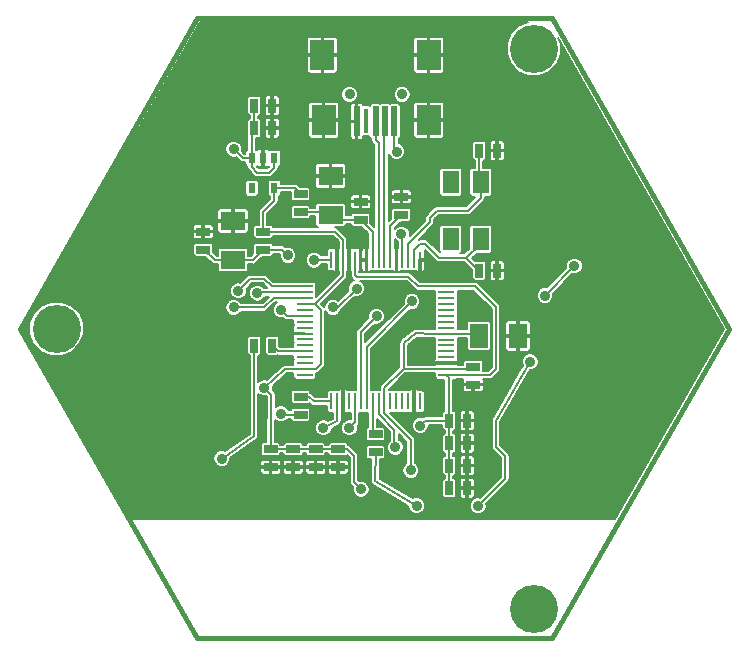
<source format=gtl>
G04 (created by PCBNEW-RS274X (2010-03-14)-final) date Fri 27 Jul 2012 11:32:34 MSK*
G01*
G70*
G90*
%MOIN*%
G04 Gerber Fmt 3.4, Leading zero omitted, Abs format*
%FSLAX34Y34*%
G04 APERTURE LIST*
%ADD10C,0.001000*%
%ADD11C,0.015000*%
%ADD12R,0.024000X0.035000*%
%ADD13R,0.060000X0.080000*%
%ADD14R,0.080000X0.060000*%
%ADD15R,0.025000X0.045000*%
%ADD16R,0.045000X0.025000*%
%ADD17R,0.010500X0.055000*%
%ADD18R,0.055000X0.010500*%
%ADD19R,0.055000X0.075000*%
%ADD20C,0.160000*%
%ADD21R,0.019600X0.100000*%
%ADD22R,0.078700X0.098400*%
%ADD23R,0.017000X0.080000*%
%ADD24C,0.035400*%
%ADD25C,0.035000*%
%ADD26C,0.008000*%
%ADD27C,0.005000*%
G04 APERTURE END LIST*
G54D10*
G54D11*
X45400Y-39699D02*
X51305Y-29331D01*
X51305Y-50000D02*
X45400Y-39699D01*
X63116Y-50000D02*
X51305Y-50000D01*
X69022Y-39699D02*
X63116Y-50000D01*
X63116Y-29331D02*
X69022Y-39699D01*
X51305Y-29331D02*
X63116Y-29331D01*
G54D12*
X53875Y-35000D03*
X53125Y-35000D03*
X53125Y-34000D03*
X53500Y-34000D03*
X53875Y-34000D03*
G54D13*
X61989Y-39921D03*
X60689Y-39921D03*
G54D14*
X55750Y-34600D03*
X55750Y-35900D03*
X52500Y-36100D03*
X52500Y-37400D03*
G54D15*
X53200Y-33000D03*
X53800Y-33000D03*
G54D16*
X57250Y-43800D03*
X57250Y-43200D03*
X54750Y-42550D03*
X54750Y-41950D03*
G54D15*
X53200Y-40250D03*
X53800Y-40250D03*
G54D16*
X58110Y-35891D03*
X58110Y-35291D03*
G54D15*
X53800Y-32250D03*
X53200Y-32250D03*
G54D16*
X53500Y-37050D03*
X53500Y-36450D03*
X54750Y-35800D03*
X54750Y-35200D03*
X56000Y-43700D03*
X56000Y-44300D03*
X55250Y-43700D03*
X55250Y-44300D03*
G54D15*
X59700Y-42750D03*
X60300Y-42750D03*
G54D16*
X54500Y-43700D03*
X54500Y-44300D03*
X51500Y-37050D03*
X51500Y-36450D03*
G54D15*
X59700Y-43500D03*
X60300Y-43500D03*
X60700Y-33750D03*
X61300Y-33750D03*
G54D16*
X53750Y-43700D03*
X53750Y-44300D03*
X56750Y-36050D03*
X56750Y-35450D03*
G54D15*
X59700Y-44250D03*
X60300Y-44250D03*
X59700Y-45000D03*
X60300Y-45000D03*
X60700Y-37750D03*
X61300Y-37750D03*
G54D16*
X60500Y-40950D03*
X60500Y-41550D03*
G54D17*
X58728Y-37388D03*
G54D18*
X54888Y-38272D03*
G54D17*
X55772Y-42112D03*
G54D18*
X59612Y-41228D03*
G54D17*
X58531Y-37388D03*
G54D18*
X54888Y-38469D03*
G54D17*
X55969Y-42112D03*
G54D18*
X59612Y-41031D03*
G54D17*
X58334Y-37388D03*
G54D18*
X54888Y-38666D03*
G54D17*
X56166Y-42112D03*
G54D18*
X59612Y-40834D03*
G54D17*
X58137Y-37388D03*
G54D18*
X54888Y-38863D03*
G54D17*
X56363Y-42112D03*
G54D18*
X59612Y-40637D03*
G54D17*
X57940Y-37388D03*
G54D18*
X54888Y-39060D03*
G54D17*
X56560Y-42112D03*
G54D18*
X59612Y-40440D03*
G54D17*
X57743Y-37388D03*
G54D18*
X54888Y-39257D03*
G54D17*
X56757Y-42112D03*
G54D18*
X59612Y-40243D03*
G54D17*
X57546Y-37388D03*
G54D18*
X54888Y-39454D03*
G54D17*
X56954Y-42112D03*
G54D18*
X59612Y-40046D03*
G54D17*
X57349Y-37388D03*
G54D18*
X54888Y-39651D03*
G54D17*
X57151Y-42112D03*
G54D18*
X59612Y-39849D03*
G54D17*
X57152Y-37388D03*
G54D18*
X54888Y-39848D03*
G54D17*
X57348Y-42112D03*
G54D18*
X59612Y-39652D03*
G54D17*
X56955Y-37388D03*
G54D18*
X54888Y-40045D03*
G54D17*
X57545Y-42112D03*
G54D18*
X59612Y-39455D03*
G54D17*
X56758Y-37388D03*
G54D18*
X54888Y-40242D03*
G54D17*
X57742Y-42112D03*
G54D18*
X59612Y-39258D03*
G54D17*
X56561Y-37388D03*
G54D18*
X54888Y-40439D03*
G54D17*
X57939Y-42112D03*
G54D18*
X59612Y-39061D03*
G54D17*
X56364Y-37388D03*
G54D18*
X54888Y-40636D03*
G54D17*
X58136Y-42112D03*
G54D18*
X59612Y-38864D03*
G54D17*
X56167Y-37388D03*
G54D18*
X54888Y-40833D03*
G54D17*
X58333Y-42112D03*
G54D18*
X59612Y-38667D03*
G54D17*
X55970Y-37388D03*
G54D18*
X54888Y-41030D03*
G54D17*
X58530Y-42112D03*
G54D18*
X59612Y-38470D03*
G54D17*
X55773Y-37388D03*
G54D18*
X54888Y-41227D03*
G54D17*
X58727Y-42112D03*
G54D18*
X59612Y-38273D03*
G54D19*
X60750Y-36700D03*
X60750Y-34800D03*
X59750Y-34800D03*
X59750Y-36700D03*
G54D20*
X62520Y-30354D03*
X46614Y-39685D03*
X62520Y-49016D03*
G54D21*
X57250Y-32774D03*
X57564Y-32774D03*
X56621Y-32774D03*
G54D22*
X59021Y-30569D03*
X59021Y-32734D03*
X55479Y-30569D03*
X55518Y-32734D03*
G54D23*
X56936Y-32750D03*
G54D24*
X58139Y-31875D03*
X56386Y-31875D03*
G54D21*
X57879Y-32774D03*
G54D25*
X56142Y-40945D03*
X58740Y-40472D03*
X54646Y-36772D03*
X61102Y-44252D03*
X49449Y-43071D03*
X54094Y-42520D03*
X52126Y-44016D03*
X58622Y-45590D03*
X60669Y-45590D03*
X62401Y-40787D03*
X54094Y-39055D03*
X55827Y-38976D03*
X56614Y-38346D03*
X57910Y-43644D03*
X58110Y-36535D03*
X54331Y-37244D03*
X63878Y-37598D03*
X62894Y-38583D03*
X58464Y-38779D03*
X52520Y-38976D03*
X57283Y-39272D03*
X53307Y-38504D03*
X52677Y-38425D03*
X55197Y-37402D03*
X56378Y-42992D03*
X58740Y-42913D03*
X55512Y-42992D03*
X52520Y-33701D03*
X57953Y-33780D03*
X56772Y-45039D03*
X58425Y-44409D03*
X53543Y-41654D03*
G54D26*
X56166Y-42112D02*
X56166Y-40969D01*
X56166Y-40969D02*
X56142Y-40945D01*
X59612Y-40834D02*
X59102Y-40834D01*
X59102Y-40834D02*
X58740Y-40472D01*
X55970Y-37388D02*
X55970Y-36836D01*
X55906Y-36772D02*
X54646Y-36772D01*
X55970Y-36836D02*
X55906Y-36772D01*
X61102Y-44252D02*
X61102Y-44252D01*
X60300Y-44250D02*
X61102Y-44252D01*
X54750Y-42550D02*
X54124Y-42550D01*
X54124Y-42550D02*
X54094Y-42520D01*
X53200Y-40250D02*
X53200Y-43256D01*
X53200Y-43256D02*
X52126Y-44016D01*
X57244Y-44764D02*
X57250Y-43800D01*
X58622Y-45590D02*
X57244Y-44764D01*
X61575Y-44684D02*
X60669Y-45590D01*
X61260Y-42756D02*
X61260Y-43622D01*
X61260Y-43622D02*
X61575Y-43937D01*
X61575Y-43937D02*
X61575Y-44684D01*
X62401Y-40787D02*
X61260Y-42756D01*
X55772Y-42112D02*
X55182Y-42112D01*
X55020Y-41950D02*
X54750Y-41950D01*
X55182Y-42112D02*
X55020Y-41950D01*
X54296Y-39257D02*
X54888Y-39257D01*
X54094Y-39055D02*
X54296Y-39257D01*
X55984Y-38976D02*
X55827Y-38976D01*
X56614Y-38346D02*
X55984Y-38976D01*
X57348Y-42545D02*
X57348Y-42112D01*
X57874Y-43071D02*
X57348Y-42545D01*
X57874Y-43622D02*
X57874Y-43071D01*
X57910Y-43644D02*
X57874Y-43622D01*
X57151Y-42112D02*
X57151Y-43101D01*
X57151Y-43101D02*
X57250Y-43200D01*
X53500Y-37050D02*
X54137Y-37050D01*
X58137Y-36562D02*
X58137Y-37388D01*
X58110Y-36535D02*
X58137Y-36562D01*
X54137Y-37050D02*
X54331Y-37244D01*
X53500Y-37050D02*
X53500Y-37052D01*
X53152Y-37400D02*
X52500Y-37400D01*
X53500Y-37052D02*
X53152Y-37400D01*
X51500Y-37050D02*
X51538Y-37050D01*
X51888Y-37400D02*
X52500Y-37400D01*
X51538Y-37050D02*
X51888Y-37400D01*
X56954Y-42112D02*
X56954Y-40289D01*
X63878Y-37599D02*
X63878Y-37598D01*
X62894Y-38583D02*
X63878Y-37599D01*
X56954Y-40289D02*
X58464Y-38779D01*
X54888Y-38666D02*
X53853Y-38666D01*
X53543Y-38976D02*
X52520Y-38976D01*
X53853Y-38666D02*
X53543Y-38976D01*
X56757Y-39798D02*
X57283Y-39272D01*
X56757Y-42112D02*
X56757Y-39798D01*
X54888Y-40439D02*
X53989Y-40439D01*
X53989Y-40439D02*
X53800Y-40250D01*
X53342Y-38469D02*
X53307Y-38504D01*
X53342Y-38469D02*
X54888Y-38469D01*
X54888Y-38272D02*
X53784Y-38272D01*
X53071Y-38031D02*
X52677Y-38425D01*
X53543Y-38031D02*
X53071Y-38031D01*
X53784Y-38272D02*
X53543Y-38031D01*
X55773Y-37388D02*
X55211Y-37388D01*
X55211Y-37388D02*
X55197Y-37402D01*
X59612Y-41228D02*
X61056Y-41228D01*
X60556Y-38273D02*
X59612Y-38273D01*
X61260Y-38977D02*
X60556Y-38273D01*
X61260Y-41024D02*
X61260Y-38977D01*
X61056Y-41228D02*
X61260Y-41024D01*
X59700Y-42750D02*
X58903Y-42750D01*
X56560Y-42810D02*
X56560Y-42112D01*
X56378Y-42992D02*
X56560Y-42810D01*
X58903Y-42750D02*
X58740Y-42913D01*
X59612Y-38273D02*
X58666Y-38273D01*
X58666Y-38273D02*
X58346Y-37953D01*
X58346Y-37953D02*
X56614Y-37953D01*
X56614Y-37953D02*
X56561Y-37900D01*
X56561Y-37900D02*
X56561Y-37388D01*
X59700Y-45000D02*
X59700Y-44250D01*
X59700Y-44250D02*
X59700Y-43500D01*
X59700Y-43500D02*
X59700Y-42750D01*
X59700Y-42750D02*
X59685Y-42735D01*
X59685Y-42735D02*
X59685Y-41301D01*
X59685Y-41301D02*
X59612Y-41228D01*
X55969Y-42771D02*
X55969Y-42112D01*
X55512Y-42992D02*
X55969Y-42771D01*
X54750Y-35800D02*
X55650Y-35800D01*
X55650Y-35800D02*
X55750Y-35900D01*
X56750Y-36050D02*
X55900Y-36050D01*
X55900Y-36050D02*
X55750Y-35900D01*
X57152Y-37388D02*
X57152Y-36452D01*
X57152Y-36452D02*
X56750Y-36050D01*
X57743Y-37388D02*
X57743Y-36258D01*
X57743Y-36258D02*
X58110Y-35891D01*
X57879Y-32774D02*
X57879Y-33706D01*
X52819Y-34000D02*
X53125Y-34000D01*
X52520Y-33701D02*
X52819Y-34000D01*
X57879Y-33706D02*
X57953Y-33780D01*
X53875Y-34000D02*
X53875Y-34314D01*
X53125Y-34306D02*
X53125Y-34000D01*
X53307Y-34488D02*
X53125Y-34306D01*
X53701Y-34488D02*
X53307Y-34488D01*
X53875Y-34314D02*
X53701Y-34488D01*
X53200Y-32250D02*
X53200Y-33000D01*
X53200Y-33000D02*
X53125Y-33075D01*
X53125Y-33075D02*
X53125Y-34000D01*
X57349Y-37388D02*
X57349Y-33491D01*
X57250Y-33392D02*
X57250Y-32774D01*
X57349Y-33491D02*
X57250Y-33392D01*
X57546Y-37388D02*
X57546Y-32792D01*
X57546Y-32792D02*
X57564Y-32774D01*
X60750Y-36700D02*
X60750Y-36846D01*
X60750Y-36846D02*
X60273Y-37323D01*
X58531Y-37388D02*
X58531Y-37059D01*
X60273Y-37323D02*
X60700Y-37750D01*
X59370Y-37323D02*
X60273Y-37323D01*
X58897Y-36850D02*
X59370Y-37323D01*
X58740Y-36850D02*
X58897Y-36850D01*
X58531Y-37059D02*
X58740Y-36850D01*
X60700Y-37750D02*
X60663Y-37750D01*
X60663Y-37750D02*
X60700Y-37750D01*
X58334Y-37388D02*
X58334Y-36862D01*
X60750Y-35313D02*
X60750Y-34800D01*
X60315Y-35748D02*
X60750Y-35313D01*
X59292Y-35748D02*
X60315Y-35748D01*
X59055Y-35985D02*
X59292Y-35748D01*
X59055Y-36141D02*
X59055Y-35985D01*
X58334Y-36862D02*
X59055Y-36141D01*
X60700Y-33750D02*
X60700Y-34750D01*
X60700Y-34750D02*
X60750Y-34800D01*
X60750Y-33800D02*
X60700Y-33750D01*
X59612Y-41031D02*
X58189Y-41031D01*
X59128Y-39849D02*
X59612Y-39849D01*
X58583Y-39843D02*
X59128Y-39849D01*
X58189Y-40157D02*
X58583Y-39843D01*
X58189Y-41031D02*
X58189Y-40157D01*
X57545Y-42112D02*
X57545Y-42506D01*
X56298Y-43700D02*
X56000Y-43700D01*
X56535Y-43937D02*
X56298Y-43700D01*
X56535Y-44802D02*
X56535Y-43937D01*
X56772Y-45039D02*
X56535Y-44802D01*
X58425Y-43386D02*
X58425Y-44409D01*
X57545Y-42506D02*
X58425Y-43386D01*
X56167Y-37388D02*
X56167Y-36718D01*
X55899Y-36450D02*
X53500Y-36450D01*
X56167Y-36718D02*
X55899Y-36450D01*
X59612Y-41031D02*
X60419Y-41031D01*
X60419Y-41031D02*
X60500Y-40950D01*
X54888Y-38863D02*
X55232Y-38863D01*
X56167Y-37928D02*
X56167Y-37388D01*
X55232Y-38863D02*
X56167Y-37928D01*
X54888Y-41030D02*
X55269Y-41030D01*
X55241Y-38863D02*
X54888Y-38863D01*
X55433Y-39055D02*
X55241Y-38863D01*
X55433Y-40866D02*
X55433Y-39055D01*
X55269Y-41030D02*
X55433Y-40866D01*
X54888Y-41030D02*
X54246Y-41030D01*
X54246Y-41030D02*
X53543Y-41654D01*
X53750Y-43700D02*
X53780Y-41890D01*
X53780Y-41890D02*
X53543Y-41654D01*
X59612Y-41031D02*
X58182Y-41031D01*
X57545Y-41668D02*
X57545Y-42112D01*
X58182Y-41031D02*
X57545Y-41668D01*
X53750Y-43700D02*
X54500Y-43700D01*
X54500Y-43700D02*
X55250Y-43700D01*
X55250Y-43700D02*
X56000Y-43700D01*
X59612Y-39849D02*
X60617Y-39849D01*
X60617Y-39849D02*
X60689Y-39921D01*
X53500Y-36450D02*
X53500Y-35791D01*
X53500Y-35791D02*
X53875Y-35416D01*
X53875Y-35416D02*
X53875Y-35000D01*
X53875Y-35000D02*
X54550Y-35000D01*
X54550Y-35000D02*
X54750Y-35200D01*
G54D10*
G36*
X65241Y-46038D02*
X68878Y-39686D01*
X63347Y-29990D01*
X63424Y-30175D01*
X63424Y-30535D01*
X63286Y-30867D01*
X63031Y-31121D01*
X62699Y-31258D01*
X62339Y-31258D01*
X62007Y-31120D01*
X61753Y-30865D01*
X61616Y-30533D01*
X61616Y-30173D01*
X61754Y-29841D01*
X62009Y-29587D01*
X62326Y-29456D01*
X51386Y-29456D01*
X45543Y-39699D01*
X46433Y-41252D01*
X46433Y-40589D01*
X46101Y-40451D01*
X45847Y-40196D01*
X45710Y-39864D01*
X45710Y-39504D01*
X45848Y-39172D01*
X46103Y-38918D01*
X46435Y-38781D01*
X46795Y-38781D01*
X47127Y-38919D01*
X47381Y-39174D01*
X47518Y-39506D01*
X47518Y-39866D01*
X47380Y-40198D01*
X47125Y-40452D01*
X46793Y-40589D01*
X46433Y-40589D01*
X46433Y-41252D01*
X49174Y-46038D01*
X53500Y-46038D01*
X53500Y-44550D01*
X53454Y-44531D01*
X53419Y-44496D01*
X53400Y-44450D01*
X53400Y-44356D01*
X53431Y-44325D01*
X53431Y-44275D01*
X53400Y-44244D01*
X53400Y-44150D01*
X53419Y-44104D01*
X53454Y-44069D01*
X53500Y-44050D01*
X53694Y-44050D01*
X53725Y-44081D01*
X53725Y-44275D01*
X53431Y-44275D01*
X53431Y-44325D01*
X53725Y-44325D01*
X53725Y-44519D01*
X53694Y-44550D01*
X53500Y-44550D01*
X53500Y-46038D01*
X53806Y-46038D01*
X53806Y-44550D01*
X53775Y-44519D01*
X53775Y-44325D01*
X53775Y-44275D01*
X53775Y-44081D01*
X53806Y-44050D01*
X54000Y-44050D01*
X54046Y-44069D01*
X54081Y-44104D01*
X54100Y-44150D01*
X54100Y-44244D01*
X54069Y-44275D01*
X53775Y-44275D01*
X53775Y-44325D01*
X54069Y-44325D01*
X54100Y-44356D01*
X54100Y-44450D01*
X54081Y-44496D01*
X54046Y-44531D01*
X54000Y-44550D01*
X53806Y-44550D01*
X53806Y-46038D01*
X54250Y-46038D01*
X54250Y-44550D01*
X54204Y-44531D01*
X54169Y-44496D01*
X54150Y-44450D01*
X54150Y-44356D01*
X54181Y-44325D01*
X54181Y-44275D01*
X54150Y-44244D01*
X54150Y-44150D01*
X54169Y-44104D01*
X54204Y-44069D01*
X54250Y-44050D01*
X54444Y-44050D01*
X54475Y-44081D01*
X54475Y-44275D01*
X54181Y-44275D01*
X54181Y-44325D01*
X54475Y-44325D01*
X54475Y-44519D01*
X54444Y-44550D01*
X54250Y-44550D01*
X54250Y-46038D01*
X54556Y-46038D01*
X54556Y-44550D01*
X54525Y-44519D01*
X54525Y-44325D01*
X54525Y-44275D01*
X54525Y-44081D01*
X54556Y-44050D01*
X54750Y-44050D01*
X54796Y-44069D01*
X54831Y-44104D01*
X54850Y-44150D01*
X54850Y-44244D01*
X54819Y-44275D01*
X54525Y-44275D01*
X54525Y-44325D01*
X54819Y-44325D01*
X54850Y-44356D01*
X54850Y-44450D01*
X54831Y-44496D01*
X54796Y-44531D01*
X54750Y-44550D01*
X54556Y-44550D01*
X54556Y-46038D01*
X55000Y-46038D01*
X55000Y-44550D01*
X54954Y-44531D01*
X54919Y-44496D01*
X54900Y-44450D01*
X54900Y-44356D01*
X54931Y-44325D01*
X54931Y-44275D01*
X54900Y-44244D01*
X54900Y-44150D01*
X54919Y-44104D01*
X54954Y-44069D01*
X55000Y-44050D01*
X55194Y-44050D01*
X55225Y-44081D01*
X55225Y-44275D01*
X54931Y-44275D01*
X54931Y-44325D01*
X55225Y-44325D01*
X55225Y-44519D01*
X55194Y-44550D01*
X55000Y-44550D01*
X55000Y-46038D01*
X55306Y-46038D01*
X55306Y-44550D01*
X55275Y-44519D01*
X55275Y-44325D01*
X55275Y-44275D01*
X55275Y-44081D01*
X55306Y-44050D01*
X55500Y-44050D01*
X55546Y-44069D01*
X55581Y-44104D01*
X55600Y-44150D01*
X55600Y-44244D01*
X55569Y-44275D01*
X55275Y-44275D01*
X55275Y-44325D01*
X55569Y-44325D01*
X55600Y-44356D01*
X55600Y-44450D01*
X55581Y-44496D01*
X55546Y-44531D01*
X55500Y-44550D01*
X55306Y-44550D01*
X55306Y-46038D01*
X55750Y-46038D01*
X55750Y-44550D01*
X55704Y-44531D01*
X55669Y-44496D01*
X55650Y-44450D01*
X55650Y-44356D01*
X55681Y-44325D01*
X55681Y-44275D01*
X55650Y-44244D01*
X55650Y-44150D01*
X55669Y-44104D01*
X55704Y-44069D01*
X55750Y-44050D01*
X55944Y-44050D01*
X55975Y-44081D01*
X55975Y-44275D01*
X55681Y-44275D01*
X55681Y-44325D01*
X55975Y-44325D01*
X55975Y-44519D01*
X55944Y-44550D01*
X55750Y-44550D01*
X55750Y-46038D01*
X56056Y-46038D01*
X56056Y-44550D01*
X56025Y-44519D01*
X56025Y-44325D01*
X56025Y-44275D01*
X56025Y-44081D01*
X56056Y-44050D01*
X56250Y-44050D01*
X56296Y-44069D01*
X56331Y-44104D01*
X56350Y-44150D01*
X56350Y-44244D01*
X56319Y-44275D01*
X56025Y-44275D01*
X56025Y-44325D01*
X56319Y-44325D01*
X56350Y-44356D01*
X56350Y-44450D01*
X56331Y-44496D01*
X56296Y-44531D01*
X56250Y-44550D01*
X56056Y-44550D01*
X56056Y-46038D01*
X58566Y-46038D01*
X58566Y-45870D01*
X58463Y-45827D01*
X58384Y-45748D01*
X58342Y-45645D01*
X58342Y-45589D01*
X57170Y-44888D01*
X57160Y-44879D01*
X57140Y-44866D01*
X57133Y-44856D01*
X57128Y-44851D01*
X57119Y-44832D01*
X57110Y-44818D01*
X57108Y-44810D01*
X57103Y-44799D01*
X57102Y-44779D01*
X57099Y-44763D01*
X57104Y-44030D01*
X57004Y-44030D01*
X56966Y-44014D01*
X56936Y-43985D01*
X56920Y-43946D01*
X56920Y-43654D01*
X56936Y-43616D01*
X56965Y-43586D01*
X57004Y-43570D01*
X57496Y-43570D01*
X57534Y-43586D01*
X57564Y-43615D01*
X57580Y-43654D01*
X57580Y-43946D01*
X57564Y-43984D01*
X57535Y-44014D01*
X57496Y-44030D01*
X57394Y-44030D01*
X57389Y-44682D01*
X58491Y-45340D01*
X58567Y-45310D01*
X58678Y-45310D01*
X58781Y-45353D01*
X58860Y-45432D01*
X58902Y-45535D01*
X58902Y-45646D01*
X58859Y-45749D01*
X58780Y-45828D01*
X58677Y-45870D01*
X58566Y-45870D01*
X58566Y-46038D01*
X59554Y-46038D01*
X59554Y-45330D01*
X59516Y-45314D01*
X59486Y-45285D01*
X59470Y-45246D01*
X59470Y-44754D01*
X59486Y-44716D01*
X59515Y-44686D01*
X59554Y-44670D01*
X59555Y-44670D01*
X59555Y-44580D01*
X59554Y-44580D01*
X59516Y-44564D01*
X59486Y-44535D01*
X59470Y-44496D01*
X59470Y-44004D01*
X59486Y-43966D01*
X59515Y-43936D01*
X59554Y-43920D01*
X59555Y-43920D01*
X59555Y-43830D01*
X59554Y-43830D01*
X59516Y-43814D01*
X59486Y-43785D01*
X59470Y-43746D01*
X59470Y-43254D01*
X59486Y-43216D01*
X59515Y-43186D01*
X59554Y-43170D01*
X59555Y-43170D01*
X59555Y-43080D01*
X59554Y-43080D01*
X59516Y-43064D01*
X59486Y-43035D01*
X59470Y-42996D01*
X59470Y-42895D01*
X59020Y-42895D01*
X59020Y-42969D01*
X58977Y-43072D01*
X58898Y-43151D01*
X58795Y-43193D01*
X58684Y-43193D01*
X58581Y-43150D01*
X58502Y-43071D01*
X58460Y-42968D01*
X58460Y-42857D01*
X58503Y-42754D01*
X58582Y-42675D01*
X58586Y-42673D01*
X58586Y-42512D01*
X58555Y-42481D01*
X58555Y-42137D01*
X58555Y-42087D01*
X58555Y-41743D01*
X58586Y-41712D01*
X58607Y-41712D01*
X58653Y-41731D01*
X58654Y-41732D01*
X58800Y-41732D01*
X58838Y-41748D01*
X58868Y-41777D01*
X58884Y-41816D01*
X58884Y-42408D01*
X58868Y-42446D01*
X58839Y-42476D01*
X58800Y-42492D01*
X58654Y-42492D01*
X58653Y-42493D01*
X58607Y-42512D01*
X58586Y-42512D01*
X58586Y-42673D01*
X58654Y-42645D01*
X58685Y-42633D01*
X58796Y-42633D01*
X58811Y-42639D01*
X58848Y-42616D01*
X58903Y-42605D01*
X59470Y-42605D01*
X59470Y-42504D01*
X59486Y-42466D01*
X59515Y-42436D01*
X59540Y-42425D01*
X59540Y-41385D01*
X59316Y-41385D01*
X59278Y-41369D01*
X59248Y-41340D01*
X59232Y-41301D01*
X59232Y-41176D01*
X58242Y-41176D01*
X57690Y-41728D01*
X57690Y-41732D01*
X57815Y-41732D01*
X57840Y-41742D01*
X57866Y-41732D01*
X58012Y-41732D01*
X58037Y-41742D01*
X58063Y-41732D01*
X58209Y-41732D01*
X58234Y-41742D01*
X58260Y-41732D01*
X58406Y-41732D01*
X58407Y-41731D01*
X58453Y-41712D01*
X58474Y-41712D01*
X58505Y-41743D01*
X58505Y-42087D01*
X58505Y-42137D01*
X58505Y-42481D01*
X58474Y-42512D01*
X58453Y-42512D01*
X58407Y-42493D01*
X58406Y-42492D01*
X58260Y-42492D01*
X58234Y-42481D01*
X58209Y-42492D01*
X58063Y-42492D01*
X58037Y-42481D01*
X58012Y-42492D01*
X57866Y-42492D01*
X57840Y-42481D01*
X57815Y-42492D01*
X57736Y-42492D01*
X58525Y-43281D01*
X58528Y-43283D01*
X58559Y-43331D01*
X58570Y-43386D01*
X58570Y-44166D01*
X58584Y-44172D01*
X58663Y-44251D01*
X58705Y-44354D01*
X58705Y-44465D01*
X58662Y-44568D01*
X58583Y-44647D01*
X58480Y-44689D01*
X58369Y-44689D01*
X58266Y-44646D01*
X58187Y-44567D01*
X58145Y-44464D01*
X58145Y-44353D01*
X58188Y-44250D01*
X58267Y-44171D01*
X58280Y-44165D01*
X58280Y-43446D01*
X58019Y-43185D01*
X58019Y-43386D01*
X58069Y-43407D01*
X58148Y-43486D01*
X58190Y-43589D01*
X58190Y-43700D01*
X58147Y-43803D01*
X58068Y-43882D01*
X57965Y-43924D01*
X57854Y-43924D01*
X57751Y-43881D01*
X57672Y-43802D01*
X57630Y-43699D01*
X57630Y-43588D01*
X57673Y-43485D01*
X57729Y-43429D01*
X57729Y-43131D01*
X57296Y-42698D01*
X57296Y-42970D01*
X57496Y-42970D01*
X57534Y-42986D01*
X57564Y-43015D01*
X57580Y-43054D01*
X57580Y-43346D01*
X57564Y-43384D01*
X57535Y-43414D01*
X57496Y-43430D01*
X57004Y-43430D01*
X56966Y-43414D01*
X56936Y-43385D01*
X56920Y-43346D01*
X56920Y-43054D01*
X56936Y-43016D01*
X56965Y-42986D01*
X57004Y-42970D01*
X57006Y-42970D01*
X57006Y-42492D01*
X56881Y-42492D01*
X56855Y-42481D01*
X56830Y-42492D01*
X56705Y-42492D01*
X56705Y-42810D01*
X56694Y-42865D01*
X56663Y-42913D01*
X56660Y-42914D01*
X56652Y-42922D01*
X56658Y-42937D01*
X56658Y-43048D01*
X56615Y-43151D01*
X56536Y-43230D01*
X56433Y-43272D01*
X56322Y-43272D01*
X56219Y-43229D01*
X56140Y-43150D01*
X56098Y-43047D01*
X56098Y-42936D01*
X56141Y-42833D01*
X56220Y-42754D01*
X56323Y-42712D01*
X56415Y-42712D01*
X56415Y-42492D01*
X56290Y-42492D01*
X56289Y-42493D01*
X56243Y-42512D01*
X56222Y-42512D01*
X56191Y-42481D01*
X56191Y-42137D01*
X56191Y-42087D01*
X56191Y-41743D01*
X56222Y-41712D01*
X56243Y-41712D01*
X56289Y-41731D01*
X56290Y-41732D01*
X56436Y-41732D01*
X56461Y-41742D01*
X56487Y-41732D01*
X56612Y-41732D01*
X56612Y-39802D01*
X56611Y-39798D01*
X56623Y-39742D01*
X56654Y-39695D01*
X57008Y-39340D01*
X57003Y-39327D01*
X57003Y-39216D01*
X57046Y-39113D01*
X57125Y-39034D01*
X57228Y-38992D01*
X57339Y-38992D01*
X57442Y-39035D01*
X57521Y-39114D01*
X57563Y-39217D01*
X57563Y-39328D01*
X57520Y-39431D01*
X57441Y-39510D01*
X57338Y-39552D01*
X57227Y-39552D01*
X57213Y-39546D01*
X56902Y-39858D01*
X56902Y-40135D01*
X58189Y-38848D01*
X58184Y-38834D01*
X58184Y-38723D01*
X58227Y-38620D01*
X58306Y-38541D01*
X58409Y-38499D01*
X58520Y-38499D01*
X58623Y-38542D01*
X58702Y-38621D01*
X58744Y-38724D01*
X58744Y-38835D01*
X58701Y-38938D01*
X58622Y-39017D01*
X58519Y-39059D01*
X58408Y-39059D01*
X58394Y-39053D01*
X57099Y-40349D01*
X57099Y-41732D01*
X57224Y-41732D01*
X57249Y-41742D01*
X57275Y-41732D01*
X57400Y-41732D01*
X57400Y-41672D01*
X57399Y-41668D01*
X57411Y-41612D01*
X57442Y-41565D01*
X58044Y-40963D01*
X58044Y-40157D01*
X58045Y-40151D01*
X58044Y-40141D01*
X58052Y-40117D01*
X58055Y-40102D01*
X58059Y-40095D01*
X58062Y-40087D01*
X58072Y-40074D01*
X58086Y-40054D01*
X58095Y-40047D01*
X58099Y-40044D01*
X58492Y-39730D01*
X58508Y-39721D01*
X58529Y-39708D01*
X58541Y-39704D01*
X58566Y-39701D01*
X58585Y-39698D01*
X58598Y-39698D01*
X59129Y-39704D01*
X59232Y-39704D01*
X59232Y-39579D01*
X59242Y-39553D01*
X59232Y-39528D01*
X59232Y-39382D01*
X59242Y-39356D01*
X59232Y-39331D01*
X59232Y-39185D01*
X59242Y-39159D01*
X59232Y-39134D01*
X59232Y-38988D01*
X59242Y-38962D01*
X59232Y-38937D01*
X59232Y-38791D01*
X59242Y-38765D01*
X59232Y-38740D01*
X59232Y-38594D01*
X59242Y-38568D01*
X59232Y-38543D01*
X59232Y-38418D01*
X58666Y-38418D01*
X58611Y-38407D01*
X58563Y-38376D01*
X58561Y-38373D01*
X58285Y-38098D01*
X56746Y-38098D01*
X56773Y-38109D01*
X56852Y-38188D01*
X56894Y-38291D01*
X56894Y-38402D01*
X56851Y-38505D01*
X56772Y-38584D01*
X56669Y-38626D01*
X56558Y-38626D01*
X56544Y-38620D01*
X56087Y-39078D01*
X56064Y-39135D01*
X55985Y-39214D01*
X55882Y-39256D01*
X55771Y-39256D01*
X55668Y-39213D01*
X55589Y-39134D01*
X55578Y-39107D01*
X55578Y-40866D01*
X55577Y-40866D01*
X55578Y-40867D01*
X55575Y-40880D01*
X55567Y-40921D01*
X55566Y-40922D01*
X55566Y-40923D01*
X55558Y-40933D01*
X55536Y-40969D01*
X55533Y-40970D01*
X55372Y-41133D01*
X55325Y-41164D01*
X55269Y-41176D01*
X55268Y-41175D01*
X55268Y-41300D01*
X55252Y-41338D01*
X55223Y-41368D01*
X55184Y-41384D01*
X54592Y-41384D01*
X54554Y-41368D01*
X54524Y-41339D01*
X54508Y-41300D01*
X54508Y-41175D01*
X54300Y-41175D01*
X53822Y-41598D01*
X53823Y-41599D01*
X53823Y-41710D01*
X53817Y-41722D01*
X53882Y-41787D01*
X53913Y-41834D01*
X53925Y-41890D01*
X53922Y-41899D01*
X53916Y-42301D01*
X53936Y-42282D01*
X54039Y-42240D01*
X54150Y-42240D01*
X54253Y-42283D01*
X54332Y-42362D01*
X54349Y-42405D01*
X54420Y-42405D01*
X54420Y-42404D01*
X54436Y-42366D01*
X54465Y-42336D01*
X54504Y-42320D01*
X54996Y-42320D01*
X55034Y-42336D01*
X55064Y-42365D01*
X55080Y-42404D01*
X55080Y-42696D01*
X55064Y-42734D01*
X55035Y-42764D01*
X54996Y-42780D01*
X54504Y-42780D01*
X54466Y-42764D01*
X54436Y-42735D01*
X54420Y-42696D01*
X54420Y-42695D01*
X54314Y-42695D01*
X54252Y-42758D01*
X54149Y-42800D01*
X54038Y-42800D01*
X53935Y-42757D01*
X53910Y-42732D01*
X53898Y-43470D01*
X53996Y-43470D01*
X54034Y-43486D01*
X54064Y-43515D01*
X54080Y-43554D01*
X54080Y-43555D01*
X54170Y-43555D01*
X54170Y-43554D01*
X54186Y-43516D01*
X54215Y-43486D01*
X54254Y-43470D01*
X54746Y-43470D01*
X54784Y-43486D01*
X54814Y-43515D01*
X54830Y-43554D01*
X54830Y-43555D01*
X54920Y-43555D01*
X54920Y-43554D01*
X54936Y-43516D01*
X54965Y-43486D01*
X55004Y-43470D01*
X55456Y-43470D01*
X55456Y-43272D01*
X55353Y-43229D01*
X55274Y-43150D01*
X55232Y-43047D01*
X55232Y-42936D01*
X55275Y-42833D01*
X55354Y-42754D01*
X55457Y-42712D01*
X55568Y-42712D01*
X55669Y-42754D01*
X55824Y-42680D01*
X55824Y-42492D01*
X55699Y-42492D01*
X55661Y-42476D01*
X55631Y-42447D01*
X55615Y-42408D01*
X55615Y-42257D01*
X55186Y-42257D01*
X55182Y-42258D01*
X55126Y-42246D01*
X55107Y-42233D01*
X55079Y-42215D01*
X55077Y-42212D01*
X55030Y-42165D01*
X54996Y-42180D01*
X54504Y-42180D01*
X54466Y-42164D01*
X54436Y-42135D01*
X54420Y-42096D01*
X54420Y-41804D01*
X54436Y-41766D01*
X54465Y-41736D01*
X54504Y-41720D01*
X54996Y-41720D01*
X55034Y-41736D01*
X55064Y-41765D01*
X55080Y-41804D01*
X55080Y-41818D01*
X55123Y-41847D01*
X55242Y-41967D01*
X55615Y-41967D01*
X55615Y-41816D01*
X55631Y-41778D01*
X55660Y-41748D01*
X55699Y-41732D01*
X55845Y-41732D01*
X55870Y-41742D01*
X55896Y-41732D01*
X56042Y-41732D01*
X56043Y-41731D01*
X56089Y-41712D01*
X56110Y-41712D01*
X56141Y-41743D01*
X56141Y-42087D01*
X56141Y-42137D01*
X56141Y-42481D01*
X56114Y-42508D01*
X56114Y-42771D01*
X56108Y-42797D01*
X56106Y-42819D01*
X56103Y-42822D01*
X56103Y-42826D01*
X56078Y-42864D01*
X56076Y-42868D01*
X56075Y-42868D01*
X56072Y-42874D01*
X56049Y-42888D01*
X56032Y-42902D01*
X55792Y-43018D01*
X55792Y-43048D01*
X55749Y-43151D01*
X55670Y-43230D01*
X55567Y-43272D01*
X55456Y-43272D01*
X55456Y-43470D01*
X55496Y-43470D01*
X55534Y-43486D01*
X55564Y-43515D01*
X55580Y-43554D01*
X55580Y-43555D01*
X55670Y-43555D01*
X55670Y-43554D01*
X55686Y-43516D01*
X55715Y-43486D01*
X55754Y-43470D01*
X56246Y-43470D01*
X56284Y-43486D01*
X56314Y-43515D01*
X56330Y-43554D01*
X56330Y-43560D01*
X56354Y-43566D01*
X56401Y-43597D01*
X56635Y-43832D01*
X56638Y-43834D01*
X56656Y-43862D01*
X56669Y-43881D01*
X56681Y-43937D01*
X56680Y-43941D01*
X56680Y-44741D01*
X56703Y-44764D01*
X56717Y-44759D01*
X56828Y-44759D01*
X56931Y-44802D01*
X57010Y-44881D01*
X57052Y-44984D01*
X57052Y-45095D01*
X57009Y-45198D01*
X56930Y-45277D01*
X56827Y-45319D01*
X56716Y-45319D01*
X56613Y-45276D01*
X56534Y-45197D01*
X56492Y-45094D01*
X56492Y-44983D01*
X56497Y-44970D01*
X56432Y-44905D01*
X56401Y-44858D01*
X56389Y-44802D01*
X56390Y-44797D01*
X56390Y-43997D01*
X56295Y-43903D01*
X56285Y-43914D01*
X56246Y-43930D01*
X55754Y-43930D01*
X55716Y-43914D01*
X55686Y-43885D01*
X55670Y-43846D01*
X55670Y-43845D01*
X55580Y-43845D01*
X55580Y-43846D01*
X55564Y-43884D01*
X55535Y-43914D01*
X55496Y-43930D01*
X55004Y-43930D01*
X54966Y-43914D01*
X54936Y-43885D01*
X54920Y-43846D01*
X54920Y-43845D01*
X54830Y-43845D01*
X54830Y-43846D01*
X54814Y-43884D01*
X54785Y-43914D01*
X54746Y-43930D01*
X54254Y-43930D01*
X54216Y-43914D01*
X54186Y-43885D01*
X54170Y-43846D01*
X54170Y-43845D01*
X54080Y-43845D01*
X54080Y-43846D01*
X54064Y-43884D01*
X54035Y-43914D01*
X53996Y-43930D01*
X53504Y-43930D01*
X53466Y-43914D01*
X53436Y-43885D01*
X53420Y-43846D01*
X53420Y-43554D01*
X53436Y-43516D01*
X53465Y-43486D01*
X53504Y-43470D01*
X53608Y-43470D01*
X53632Y-41947D01*
X53612Y-41927D01*
X53598Y-41934D01*
X53487Y-41934D01*
X53384Y-41891D01*
X53345Y-41852D01*
X53345Y-43256D01*
X53342Y-43269D01*
X53343Y-43281D01*
X53336Y-43296D01*
X53334Y-43311D01*
X53326Y-43322D01*
X53322Y-43334D01*
X53313Y-43342D01*
X53303Y-43359D01*
X53288Y-43368D01*
X53283Y-43374D01*
X52406Y-43995D01*
X52406Y-44072D01*
X52363Y-44175D01*
X52284Y-44254D01*
X52181Y-44296D01*
X52070Y-44296D01*
X51967Y-44253D01*
X51888Y-44174D01*
X51846Y-44071D01*
X51846Y-43960D01*
X51889Y-43857D01*
X51968Y-43778D01*
X52071Y-43736D01*
X52079Y-43736D01*
X52079Y-37805D01*
X52041Y-37789D01*
X52011Y-37760D01*
X51995Y-37721D01*
X51995Y-37545D01*
X51888Y-37545D01*
X51887Y-37544D01*
X51887Y-37545D01*
X51873Y-37542D01*
X51833Y-37534D01*
X51831Y-37533D01*
X51820Y-37526D01*
X51785Y-37503D01*
X51783Y-37500D01*
X51562Y-37280D01*
X51254Y-37280D01*
X51216Y-37264D01*
X51186Y-37235D01*
X51170Y-37196D01*
X51170Y-36904D01*
X51186Y-36866D01*
X51215Y-36836D01*
X51250Y-36821D01*
X51250Y-36700D01*
X51204Y-36681D01*
X51169Y-36646D01*
X51150Y-36600D01*
X51150Y-36506D01*
X51181Y-36475D01*
X51181Y-36425D01*
X51150Y-36394D01*
X51150Y-36300D01*
X51169Y-36254D01*
X51204Y-36219D01*
X51250Y-36200D01*
X51444Y-36200D01*
X51475Y-36231D01*
X51475Y-36425D01*
X51181Y-36425D01*
X51181Y-36475D01*
X51475Y-36475D01*
X51475Y-36669D01*
X51444Y-36700D01*
X51250Y-36700D01*
X51250Y-36821D01*
X51254Y-36820D01*
X51556Y-36820D01*
X51556Y-36700D01*
X51525Y-36669D01*
X51525Y-36475D01*
X51525Y-36425D01*
X51525Y-36231D01*
X51556Y-36200D01*
X51750Y-36200D01*
X51796Y-36219D01*
X51831Y-36254D01*
X51850Y-36300D01*
X51850Y-36394D01*
X51819Y-36425D01*
X51525Y-36425D01*
X51525Y-36475D01*
X51819Y-36475D01*
X51850Y-36506D01*
X51850Y-36600D01*
X51831Y-36646D01*
X51796Y-36681D01*
X51750Y-36700D01*
X51556Y-36700D01*
X51556Y-36820D01*
X51746Y-36820D01*
X51784Y-36836D01*
X51814Y-36865D01*
X51830Y-36904D01*
X51830Y-37136D01*
X51948Y-37255D01*
X51995Y-37255D01*
X51995Y-37079D01*
X52011Y-37041D01*
X52040Y-37011D01*
X52075Y-36996D01*
X52075Y-36525D01*
X52029Y-36506D01*
X51994Y-36471D01*
X51975Y-36425D01*
X51975Y-36156D01*
X52006Y-36125D01*
X52006Y-36075D01*
X51975Y-36044D01*
X51975Y-35775D01*
X51994Y-35729D01*
X52029Y-35694D01*
X52075Y-35675D01*
X52444Y-35675D01*
X52475Y-35706D01*
X52475Y-36075D01*
X52006Y-36075D01*
X52006Y-36125D01*
X52475Y-36125D01*
X52475Y-36494D01*
X52444Y-36525D01*
X52075Y-36525D01*
X52075Y-36996D01*
X52079Y-36995D01*
X52556Y-36995D01*
X52556Y-36525D01*
X52525Y-36494D01*
X52525Y-36125D01*
X52984Y-36125D01*
X52984Y-36075D01*
X52525Y-36075D01*
X52525Y-35706D01*
X52556Y-35675D01*
X52925Y-35675D01*
X52971Y-35694D01*
X52984Y-35707D01*
X52984Y-35280D01*
X52946Y-35264D01*
X52916Y-35235D01*
X52900Y-35196D01*
X52900Y-34804D01*
X52916Y-34766D01*
X52945Y-34736D01*
X52984Y-34720D01*
X53266Y-34720D01*
X53304Y-34736D01*
X53334Y-34765D01*
X53350Y-34804D01*
X53350Y-35196D01*
X53334Y-35234D01*
X53305Y-35264D01*
X53266Y-35280D01*
X52984Y-35280D01*
X52984Y-35707D01*
X53006Y-35729D01*
X53025Y-35775D01*
X53025Y-36044D01*
X52994Y-36075D01*
X52984Y-36075D01*
X52984Y-36125D01*
X52994Y-36125D01*
X53025Y-36156D01*
X53025Y-36425D01*
X53006Y-36471D01*
X52971Y-36506D01*
X52925Y-36525D01*
X52556Y-36525D01*
X52556Y-36995D01*
X52921Y-36995D01*
X52959Y-37011D01*
X52984Y-37035D01*
X52989Y-37040D01*
X53005Y-37079D01*
X53005Y-37255D01*
X53091Y-37255D01*
X53170Y-37176D01*
X53170Y-36904D01*
X53186Y-36866D01*
X53215Y-36836D01*
X53254Y-36820D01*
X53746Y-36820D01*
X53784Y-36836D01*
X53814Y-36865D01*
X53830Y-36904D01*
X53830Y-36905D01*
X54132Y-36905D01*
X54137Y-36904D01*
X54193Y-36916D01*
X54240Y-36947D01*
X54262Y-36969D01*
X54276Y-36964D01*
X54387Y-36964D01*
X54490Y-37007D01*
X54569Y-37086D01*
X54611Y-37189D01*
X54611Y-37300D01*
X54568Y-37403D01*
X54489Y-37482D01*
X54386Y-37524D01*
X54275Y-37524D01*
X54172Y-37481D01*
X54093Y-37402D01*
X54051Y-37299D01*
X54051Y-37195D01*
X53830Y-37195D01*
X53830Y-37196D01*
X53814Y-37234D01*
X53785Y-37264D01*
X53746Y-37280D01*
X53477Y-37280D01*
X53255Y-37503D01*
X53208Y-37534D01*
X53152Y-37546D01*
X53147Y-37545D01*
X53005Y-37545D01*
X53005Y-37721D01*
X52989Y-37759D01*
X52960Y-37789D01*
X52921Y-37805D01*
X52079Y-37805D01*
X52079Y-43736D01*
X52182Y-43736D01*
X52237Y-43759D01*
X53055Y-43180D01*
X53055Y-40580D01*
X53054Y-40580D01*
X53016Y-40564D01*
X52986Y-40535D01*
X52970Y-40496D01*
X52970Y-40004D01*
X52986Y-39966D01*
X53015Y-39936D01*
X53054Y-39920D01*
X53346Y-39920D01*
X53384Y-39936D01*
X53414Y-39965D01*
X53430Y-40004D01*
X53430Y-40496D01*
X53414Y-40534D01*
X53385Y-40564D01*
X53346Y-40580D01*
X53345Y-40580D01*
X53345Y-41456D01*
X53385Y-41416D01*
X53488Y-41374D01*
X53599Y-41374D01*
X53627Y-41385D01*
X54142Y-40927D01*
X54143Y-40927D01*
X54144Y-40926D01*
X54149Y-40922D01*
X54167Y-40911D01*
X54191Y-40896D01*
X54197Y-40894D01*
X54215Y-40891D01*
X54246Y-40885D01*
X54508Y-40885D01*
X54508Y-40760D01*
X54518Y-40734D01*
X54508Y-40709D01*
X54508Y-40584D01*
X53989Y-40584D01*
X53953Y-40576D01*
X53946Y-40580D01*
X53654Y-40580D01*
X53616Y-40564D01*
X53586Y-40535D01*
X53570Y-40496D01*
X53570Y-40004D01*
X53586Y-39966D01*
X53615Y-39936D01*
X53654Y-39920D01*
X53946Y-39920D01*
X53984Y-39936D01*
X54014Y-39965D01*
X54030Y-40004D01*
X54030Y-40274D01*
X54049Y-40294D01*
X54508Y-40294D01*
X54508Y-40169D01*
X54518Y-40143D01*
X54508Y-40118D01*
X54508Y-39972D01*
X54507Y-39971D01*
X54488Y-39925D01*
X54488Y-39904D01*
X54519Y-39873D01*
X54863Y-39873D01*
X54913Y-39873D01*
X54913Y-39823D01*
X54863Y-39823D01*
X54519Y-39823D01*
X54488Y-39792D01*
X54488Y-39771D01*
X54507Y-39725D01*
X54508Y-39724D01*
X54508Y-39578D01*
X54518Y-39552D01*
X54508Y-39527D01*
X54508Y-39402D01*
X54296Y-39402D01*
X54241Y-39391D01*
X54193Y-39360D01*
X54191Y-39357D01*
X54163Y-39329D01*
X54149Y-39335D01*
X54038Y-39335D01*
X53935Y-39292D01*
X53856Y-39213D01*
X53814Y-39110D01*
X53814Y-38999D01*
X53857Y-38896D01*
X53936Y-38817D01*
X53950Y-38811D01*
X53913Y-38811D01*
X53646Y-39079D01*
X53599Y-39110D01*
X53543Y-39122D01*
X53538Y-39121D01*
X52762Y-39121D01*
X52757Y-39135D01*
X52678Y-39214D01*
X52575Y-39256D01*
X52464Y-39256D01*
X52361Y-39213D01*
X52282Y-39134D01*
X52240Y-39031D01*
X52240Y-38920D01*
X52283Y-38817D01*
X52362Y-38738D01*
X52465Y-38696D01*
X52576Y-38696D01*
X52679Y-38739D01*
X52758Y-38818D01*
X52763Y-38831D01*
X53482Y-38831D01*
X53699Y-38614D01*
X53564Y-38614D01*
X53544Y-38663D01*
X53465Y-38742D01*
X53362Y-38784D01*
X53251Y-38784D01*
X53148Y-38741D01*
X53069Y-38662D01*
X53027Y-38559D01*
X53027Y-38448D01*
X53070Y-38345D01*
X53149Y-38266D01*
X53252Y-38224D01*
X53363Y-38224D01*
X53466Y-38267D01*
X53522Y-38324D01*
X53630Y-38324D01*
X53482Y-38176D01*
X53131Y-38176D01*
X52951Y-38356D01*
X52957Y-38370D01*
X52957Y-38481D01*
X52914Y-38584D01*
X52835Y-38663D01*
X52732Y-38705D01*
X52621Y-38705D01*
X52518Y-38662D01*
X52439Y-38583D01*
X52397Y-38480D01*
X52397Y-38369D01*
X52440Y-38266D01*
X52519Y-38187D01*
X52622Y-38145D01*
X52733Y-38145D01*
X52746Y-38150D01*
X52968Y-37928D01*
X52996Y-37909D01*
X53015Y-37897D01*
X53071Y-37885D01*
X53075Y-37886D01*
X53538Y-37886D01*
X53543Y-37885D01*
X53599Y-37897D01*
X53646Y-37928D01*
X53844Y-38127D01*
X54562Y-38127D01*
X54592Y-38115D01*
X55184Y-38115D01*
X55222Y-38131D01*
X55252Y-38160D01*
X55268Y-38199D01*
X55268Y-38345D01*
X55257Y-38370D01*
X55268Y-38396D01*
X55268Y-38542D01*
X55257Y-38567D01*
X55268Y-38593D01*
X55268Y-38621D01*
X55893Y-37996D01*
X55893Y-37788D01*
X55847Y-37769D01*
X55846Y-37768D01*
X55700Y-37768D01*
X55662Y-37752D01*
X55632Y-37723D01*
X55616Y-37684D01*
X55616Y-37533D01*
X55445Y-37533D01*
X55434Y-37561D01*
X55355Y-37640D01*
X55252Y-37682D01*
X55141Y-37682D01*
X55038Y-37639D01*
X54959Y-37560D01*
X54917Y-37457D01*
X54917Y-37346D01*
X54960Y-37243D01*
X55039Y-37164D01*
X55142Y-37122D01*
X55253Y-37122D01*
X55356Y-37165D01*
X55433Y-37243D01*
X55616Y-37243D01*
X55616Y-37092D01*
X55632Y-37054D01*
X55661Y-37024D01*
X55700Y-37008D01*
X55846Y-37008D01*
X55847Y-37007D01*
X55893Y-36988D01*
X55914Y-36988D01*
X55945Y-37019D01*
X55945Y-37363D01*
X55945Y-37413D01*
X55945Y-37757D01*
X55914Y-37788D01*
X55893Y-37788D01*
X55893Y-37996D01*
X56022Y-37867D01*
X56022Y-37784D01*
X55995Y-37757D01*
X55995Y-37413D01*
X55995Y-37363D01*
X55995Y-37019D01*
X56022Y-36992D01*
X56022Y-36779D01*
X55838Y-36595D01*
X53830Y-36595D01*
X53830Y-36596D01*
X53814Y-36634D01*
X53785Y-36664D01*
X53746Y-36680D01*
X53254Y-36680D01*
X53216Y-36664D01*
X53186Y-36635D01*
X53170Y-36596D01*
X53170Y-36304D01*
X53186Y-36266D01*
X53215Y-36236D01*
X53254Y-36220D01*
X53355Y-36220D01*
X53355Y-35795D01*
X53354Y-35791D01*
X53366Y-35735D01*
X53397Y-35688D01*
X53730Y-35355D01*
X53730Y-35278D01*
X53696Y-35264D01*
X53666Y-35235D01*
X53650Y-35196D01*
X53650Y-34804D01*
X53666Y-34766D01*
X53695Y-34736D01*
X53701Y-34733D01*
X53701Y-34634D01*
X53696Y-34633D01*
X53307Y-34633D01*
X53252Y-34622D01*
X53204Y-34591D01*
X53202Y-34588D01*
X53022Y-34409D01*
X52991Y-34362D01*
X52979Y-34306D01*
X52980Y-34301D01*
X52980Y-34278D01*
X52946Y-34264D01*
X52916Y-34235D01*
X52900Y-34196D01*
X52900Y-34145D01*
X52819Y-34145D01*
X52818Y-34144D01*
X52818Y-34145D01*
X52807Y-34142D01*
X52764Y-34134D01*
X52716Y-34103D01*
X52714Y-34100D01*
X52588Y-33975D01*
X52575Y-33981D01*
X52464Y-33981D01*
X52361Y-33938D01*
X52282Y-33859D01*
X52240Y-33756D01*
X52240Y-33645D01*
X52283Y-33542D01*
X52362Y-33463D01*
X52465Y-33421D01*
X52576Y-33421D01*
X52679Y-33464D01*
X52758Y-33543D01*
X52800Y-33646D01*
X52800Y-33757D01*
X52794Y-33770D01*
X52879Y-33855D01*
X52900Y-33855D01*
X52900Y-33804D01*
X52916Y-33766D01*
X52945Y-33736D01*
X52980Y-33721D01*
X52980Y-33270D01*
X52970Y-33246D01*
X52970Y-32754D01*
X52986Y-32716D01*
X53015Y-32686D01*
X53054Y-32670D01*
X53055Y-32670D01*
X53055Y-32580D01*
X53054Y-32580D01*
X53016Y-32564D01*
X52986Y-32535D01*
X52970Y-32496D01*
X52970Y-32004D01*
X52986Y-31966D01*
X53015Y-31936D01*
X53054Y-31920D01*
X53346Y-31920D01*
X53384Y-31936D01*
X53414Y-31965D01*
X53430Y-32004D01*
X53430Y-32496D01*
X53414Y-32534D01*
X53385Y-32564D01*
X53346Y-32580D01*
X53345Y-32580D01*
X53345Y-32670D01*
X53346Y-32670D01*
X53384Y-32686D01*
X53414Y-32715D01*
X53430Y-32754D01*
X53430Y-33246D01*
X53414Y-33284D01*
X53385Y-33314D01*
X53346Y-33330D01*
X53270Y-33330D01*
X53270Y-33721D01*
X53295Y-33732D01*
X53309Y-33719D01*
X53355Y-33700D01*
X53444Y-33700D01*
X53475Y-33731D01*
X53475Y-33975D01*
X53475Y-34025D01*
X53475Y-34269D01*
X53444Y-34300D01*
X53355Y-34300D01*
X53309Y-34281D01*
X53295Y-34267D01*
X53293Y-34268D01*
X53367Y-34343D01*
X53640Y-34343D01*
X53712Y-34271D01*
X53704Y-34267D01*
X53691Y-34281D01*
X53645Y-34300D01*
X53556Y-34300D01*
X53525Y-34269D01*
X53525Y-34025D01*
X53525Y-33975D01*
X53525Y-33731D01*
X53556Y-33700D01*
X53645Y-33700D01*
X53650Y-33702D01*
X53650Y-33350D01*
X53604Y-33331D01*
X53569Y-33296D01*
X53550Y-33250D01*
X53550Y-33056D01*
X53581Y-33025D01*
X53581Y-32975D01*
X53550Y-32944D01*
X53550Y-32750D01*
X53569Y-32704D01*
X53604Y-32669D01*
X53650Y-32650D01*
X53650Y-32600D01*
X53604Y-32581D01*
X53569Y-32546D01*
X53550Y-32500D01*
X53550Y-32306D01*
X53581Y-32275D01*
X53581Y-32225D01*
X53550Y-32194D01*
X53550Y-32000D01*
X53569Y-31954D01*
X53604Y-31919D01*
X53650Y-31900D01*
X53744Y-31900D01*
X53775Y-31931D01*
X53775Y-32225D01*
X53581Y-32225D01*
X53581Y-32275D01*
X53775Y-32275D01*
X53775Y-32569D01*
X53744Y-32600D01*
X53650Y-32600D01*
X53650Y-32650D01*
X53744Y-32650D01*
X53775Y-32681D01*
X53775Y-32975D01*
X53581Y-32975D01*
X53581Y-33025D01*
X53775Y-33025D01*
X53775Y-33319D01*
X53744Y-33350D01*
X53650Y-33350D01*
X53650Y-33702D01*
X53691Y-33719D01*
X53704Y-33732D01*
X53734Y-33720D01*
X53856Y-33720D01*
X53856Y-33350D01*
X53825Y-33319D01*
X53825Y-33025D01*
X53825Y-32975D01*
X53825Y-32681D01*
X53856Y-32650D01*
X53856Y-32600D01*
X53825Y-32569D01*
X53825Y-32275D01*
X53825Y-32225D01*
X53825Y-31931D01*
X53856Y-31900D01*
X53950Y-31900D01*
X53996Y-31919D01*
X54031Y-31954D01*
X54050Y-32000D01*
X54050Y-32194D01*
X54019Y-32225D01*
X53825Y-32225D01*
X53825Y-32275D01*
X54019Y-32275D01*
X54050Y-32306D01*
X54050Y-32500D01*
X54031Y-32546D01*
X53996Y-32581D01*
X53950Y-32600D01*
X53856Y-32600D01*
X53856Y-32650D01*
X53950Y-32650D01*
X53996Y-32669D01*
X54031Y-32704D01*
X54050Y-32750D01*
X54050Y-32944D01*
X54019Y-32975D01*
X53825Y-32975D01*
X53825Y-33025D01*
X54019Y-33025D01*
X54050Y-33056D01*
X54050Y-33250D01*
X54031Y-33296D01*
X53996Y-33331D01*
X53950Y-33350D01*
X53856Y-33350D01*
X53856Y-33720D01*
X54016Y-33720D01*
X54054Y-33736D01*
X54084Y-33765D01*
X54100Y-33804D01*
X54100Y-34196D01*
X54084Y-34234D01*
X54055Y-34264D01*
X54020Y-34278D01*
X54020Y-34309D01*
X54021Y-34314D01*
X54009Y-34370D01*
X53996Y-34388D01*
X53978Y-34417D01*
X53975Y-34418D01*
X53804Y-34591D01*
X53757Y-34622D01*
X53701Y-34634D01*
X53701Y-34733D01*
X53734Y-34720D01*
X54016Y-34720D01*
X54054Y-34736D01*
X54084Y-34765D01*
X54100Y-34804D01*
X54100Y-34855D01*
X54545Y-34855D01*
X54550Y-34854D01*
X54606Y-34866D01*
X54653Y-34897D01*
X54725Y-34970D01*
X54996Y-34970D01*
X55034Y-34986D01*
X55064Y-35015D01*
X55080Y-35054D01*
X55080Y-35346D01*
X55064Y-35384D01*
X55035Y-35414D01*
X54996Y-35430D01*
X54504Y-35430D01*
X54466Y-35414D01*
X54436Y-35385D01*
X54420Y-35346D01*
X54420Y-35145D01*
X54100Y-35145D01*
X54100Y-35196D01*
X54084Y-35234D01*
X54055Y-35264D01*
X54020Y-35278D01*
X54020Y-35416D01*
X54009Y-35471D01*
X53978Y-35519D01*
X53975Y-35520D01*
X53645Y-35851D01*
X53645Y-36220D01*
X53746Y-36220D01*
X53784Y-36236D01*
X53814Y-36265D01*
X53830Y-36304D01*
X53830Y-36305D01*
X55329Y-36305D01*
X55291Y-36289D01*
X55261Y-36260D01*
X55245Y-36221D01*
X55245Y-35945D01*
X55080Y-35945D01*
X55080Y-35946D01*
X55064Y-35984D01*
X55035Y-36014D01*
X54996Y-36030D01*
X54504Y-36030D01*
X54466Y-36014D01*
X54436Y-35985D01*
X54420Y-35946D01*
X54420Y-35654D01*
X54436Y-35616D01*
X54465Y-35586D01*
X54504Y-35570D01*
X54996Y-35570D01*
X55034Y-35586D01*
X55064Y-35615D01*
X55080Y-35654D01*
X55080Y-35655D01*
X55100Y-35655D01*
X55100Y-33351D01*
X55054Y-33332D01*
X55019Y-33297D01*
X55000Y-33251D01*
X55000Y-32790D01*
X55031Y-32759D01*
X55031Y-32709D01*
X55000Y-32678D01*
X55000Y-32217D01*
X55019Y-32171D01*
X55054Y-32136D01*
X55061Y-32133D01*
X55061Y-31186D01*
X55015Y-31167D01*
X54980Y-31132D01*
X54961Y-31086D01*
X54961Y-30625D01*
X54992Y-30594D01*
X54992Y-30544D01*
X54961Y-30513D01*
X54961Y-30052D01*
X54980Y-30006D01*
X55015Y-29971D01*
X55061Y-29952D01*
X55423Y-29952D01*
X55454Y-29983D01*
X55454Y-30544D01*
X54992Y-30544D01*
X54992Y-30594D01*
X55454Y-30594D01*
X55454Y-31155D01*
X55423Y-31186D01*
X55061Y-31186D01*
X55061Y-32133D01*
X55100Y-32117D01*
X55462Y-32117D01*
X55493Y-32148D01*
X55493Y-32709D01*
X55031Y-32709D01*
X55031Y-32759D01*
X55493Y-32759D01*
X55493Y-33320D01*
X55462Y-33351D01*
X55100Y-33351D01*
X55100Y-35655D01*
X55245Y-35655D01*
X55245Y-35579D01*
X55261Y-35541D01*
X55290Y-35511D01*
X55325Y-35496D01*
X55325Y-35025D01*
X55279Y-35006D01*
X55244Y-34971D01*
X55225Y-34925D01*
X55225Y-34656D01*
X55256Y-34625D01*
X55256Y-34575D01*
X55225Y-34544D01*
X55225Y-34275D01*
X55244Y-34229D01*
X55279Y-34194D01*
X55325Y-34175D01*
X55535Y-34175D01*
X55535Y-31186D01*
X55504Y-31155D01*
X55504Y-30594D01*
X55504Y-30544D01*
X55504Y-29983D01*
X55535Y-29952D01*
X55897Y-29952D01*
X55943Y-29971D01*
X55978Y-30006D01*
X55997Y-30052D01*
X55997Y-30513D01*
X55966Y-30544D01*
X55504Y-30544D01*
X55504Y-30594D01*
X55966Y-30594D01*
X55997Y-30625D01*
X55997Y-31086D01*
X55978Y-31132D01*
X55943Y-31167D01*
X55897Y-31186D01*
X55535Y-31186D01*
X55535Y-34175D01*
X55574Y-34175D01*
X55574Y-33351D01*
X55543Y-33320D01*
X55543Y-32759D01*
X55543Y-32709D01*
X55543Y-32148D01*
X55574Y-32117D01*
X55936Y-32117D01*
X55982Y-32136D01*
X56017Y-32171D01*
X56036Y-32217D01*
X56036Y-32678D01*
X56005Y-32709D01*
X55543Y-32709D01*
X55543Y-32759D01*
X56005Y-32759D01*
X56036Y-32790D01*
X56036Y-33251D01*
X56017Y-33297D01*
X55982Y-33332D01*
X55936Y-33351D01*
X55574Y-33351D01*
X55574Y-34175D01*
X55694Y-34175D01*
X55725Y-34206D01*
X55725Y-34575D01*
X55256Y-34575D01*
X55256Y-34625D01*
X55725Y-34625D01*
X55725Y-34994D01*
X55694Y-35025D01*
X55325Y-35025D01*
X55325Y-35496D01*
X55329Y-35495D01*
X55806Y-35495D01*
X55806Y-35025D01*
X55775Y-34994D01*
X55775Y-34625D01*
X55775Y-34575D01*
X55775Y-34206D01*
X55806Y-34175D01*
X56175Y-34175D01*
X56221Y-34194D01*
X56256Y-34229D01*
X56275Y-34275D01*
X56275Y-34544D01*
X56244Y-34575D01*
X55775Y-34575D01*
X55775Y-34625D01*
X56244Y-34625D01*
X56275Y-34656D01*
X56275Y-34925D01*
X56256Y-34971D01*
X56221Y-35006D01*
X56175Y-35025D01*
X55806Y-35025D01*
X55806Y-35495D01*
X56171Y-35495D01*
X56209Y-35511D01*
X56239Y-35540D01*
X56255Y-35579D01*
X56255Y-35905D01*
X56330Y-35905D01*
X56330Y-32157D01*
X56226Y-32114D01*
X56147Y-32035D01*
X56104Y-31931D01*
X56104Y-31819D01*
X56147Y-31715D01*
X56226Y-31636D01*
X56330Y-31593D01*
X56442Y-31593D01*
X56546Y-31636D01*
X56625Y-31715D01*
X56668Y-31819D01*
X56668Y-31931D01*
X56625Y-32035D01*
X56546Y-32114D01*
X56442Y-32157D01*
X56330Y-32157D01*
X56330Y-35905D01*
X56420Y-35905D01*
X56420Y-35904D01*
X56436Y-35866D01*
X56465Y-35836D01*
X56500Y-35821D01*
X56500Y-35700D01*
X56454Y-35681D01*
X56419Y-35646D01*
X56400Y-35600D01*
X56400Y-35506D01*
X56431Y-35475D01*
X56431Y-35425D01*
X56400Y-35394D01*
X56400Y-35300D01*
X56419Y-35254D01*
X56454Y-35219D01*
X56498Y-35200D01*
X56498Y-33399D01*
X56452Y-33380D01*
X56417Y-33345D01*
X56398Y-33299D01*
X56398Y-32830D01*
X56429Y-32799D01*
X56429Y-32749D01*
X56398Y-32718D01*
X56398Y-32249D01*
X56417Y-32203D01*
X56452Y-32168D01*
X56498Y-32149D01*
X56565Y-32149D01*
X56596Y-32180D01*
X56596Y-32749D01*
X56429Y-32749D01*
X56429Y-32799D01*
X56596Y-32799D01*
X56596Y-33368D01*
X56565Y-33399D01*
X56498Y-33399D01*
X56498Y-35200D01*
X56694Y-35200D01*
X56725Y-35231D01*
X56725Y-35425D01*
X56431Y-35425D01*
X56431Y-35475D01*
X56725Y-35475D01*
X56725Y-35669D01*
X56694Y-35700D01*
X56500Y-35700D01*
X56500Y-35821D01*
X56504Y-35820D01*
X56806Y-35820D01*
X56806Y-35700D01*
X56775Y-35669D01*
X56775Y-35475D01*
X56775Y-35425D01*
X56775Y-35231D01*
X56806Y-35200D01*
X57000Y-35200D01*
X57046Y-35219D01*
X57081Y-35254D01*
X57100Y-35300D01*
X57100Y-35394D01*
X57069Y-35425D01*
X56775Y-35425D01*
X56775Y-35475D01*
X57069Y-35475D01*
X57100Y-35506D01*
X57100Y-35600D01*
X57081Y-35646D01*
X57046Y-35681D01*
X57000Y-35700D01*
X56806Y-35700D01*
X56806Y-35820D01*
X56996Y-35820D01*
X57034Y-35836D01*
X57064Y-35865D01*
X57080Y-35904D01*
X57080Y-36174D01*
X57204Y-36298D01*
X57204Y-33552D01*
X57147Y-33495D01*
X57116Y-33448D01*
X57104Y-33392D01*
X57105Y-33387D01*
X57105Y-33368D01*
X57093Y-33363D01*
X57063Y-33334D01*
X57047Y-33295D01*
X57047Y-33252D01*
X57042Y-33255D01*
X56844Y-33255D01*
X56844Y-33299D01*
X56825Y-33345D01*
X56790Y-33380D01*
X56744Y-33399D01*
X56677Y-33399D01*
X56646Y-33368D01*
X56646Y-32799D01*
X56646Y-32749D01*
X56646Y-32180D01*
X56677Y-32149D01*
X56744Y-32149D01*
X56790Y-32168D01*
X56825Y-32203D01*
X56842Y-32245D01*
X57042Y-32245D01*
X57049Y-32247D01*
X57063Y-32215D01*
X57092Y-32185D01*
X57131Y-32169D01*
X57369Y-32169D01*
X57406Y-32184D01*
X57445Y-32169D01*
X57683Y-32169D01*
X57721Y-32185D01*
X57760Y-32169D01*
X57998Y-32169D01*
X58036Y-32185D01*
X58066Y-32214D01*
X58082Y-32253D01*
X58082Y-33295D01*
X58066Y-33333D01*
X58037Y-33363D01*
X58024Y-33368D01*
X58024Y-33506D01*
X58083Y-33530D01*
X58083Y-32157D01*
X57979Y-32114D01*
X57900Y-32035D01*
X57857Y-31931D01*
X57857Y-31819D01*
X57900Y-31715D01*
X57979Y-31636D01*
X58083Y-31593D01*
X58195Y-31593D01*
X58299Y-31636D01*
X58378Y-31715D01*
X58421Y-31819D01*
X58421Y-31931D01*
X58378Y-32035D01*
X58299Y-32114D01*
X58195Y-32157D01*
X58083Y-32157D01*
X58083Y-33530D01*
X58112Y-33543D01*
X58191Y-33622D01*
X58233Y-33725D01*
X58233Y-33836D01*
X58190Y-33939D01*
X58111Y-34018D01*
X58008Y-34060D01*
X57897Y-34060D01*
X57794Y-34017D01*
X57715Y-33938D01*
X57691Y-33879D01*
X57691Y-36104D01*
X57780Y-36015D01*
X57780Y-35745D01*
X57796Y-35707D01*
X57825Y-35677D01*
X57860Y-35662D01*
X57860Y-35541D01*
X57814Y-35522D01*
X57779Y-35487D01*
X57760Y-35441D01*
X57760Y-35347D01*
X57791Y-35316D01*
X57791Y-35266D01*
X57760Y-35235D01*
X57760Y-35141D01*
X57779Y-35095D01*
X57814Y-35060D01*
X57860Y-35041D01*
X58054Y-35041D01*
X58085Y-35072D01*
X58085Y-35266D01*
X57791Y-35266D01*
X57791Y-35316D01*
X58085Y-35316D01*
X58085Y-35510D01*
X58054Y-35541D01*
X57860Y-35541D01*
X57860Y-35662D01*
X57864Y-35661D01*
X58166Y-35661D01*
X58166Y-35541D01*
X58135Y-35510D01*
X58135Y-35316D01*
X58135Y-35266D01*
X58135Y-35072D01*
X58166Y-35041D01*
X58360Y-35041D01*
X58406Y-35060D01*
X58441Y-35095D01*
X58460Y-35141D01*
X58460Y-35235D01*
X58429Y-35266D01*
X58135Y-35266D01*
X58135Y-35316D01*
X58429Y-35316D01*
X58460Y-35347D01*
X58460Y-35441D01*
X58441Y-35487D01*
X58406Y-35522D01*
X58360Y-35541D01*
X58166Y-35541D01*
X58166Y-35661D01*
X58356Y-35661D01*
X58394Y-35677D01*
X58424Y-35706D01*
X58440Y-35745D01*
X58440Y-36037D01*
X58424Y-36075D01*
X58395Y-36105D01*
X58356Y-36121D01*
X58086Y-36121D01*
X57888Y-36319D01*
X57888Y-36361D01*
X57952Y-36297D01*
X58055Y-36255D01*
X58166Y-36255D01*
X58269Y-36298D01*
X58348Y-36377D01*
X58390Y-36480D01*
X58390Y-36591D01*
X58383Y-36606D01*
X58603Y-36386D01*
X58603Y-33351D01*
X58557Y-33332D01*
X58522Y-33297D01*
X58503Y-33251D01*
X58503Y-32790D01*
X58534Y-32759D01*
X58534Y-32709D01*
X58503Y-32678D01*
X58503Y-32217D01*
X58522Y-32171D01*
X58557Y-32136D01*
X58603Y-32117D01*
X58603Y-31186D01*
X58557Y-31167D01*
X58522Y-31132D01*
X58503Y-31086D01*
X58503Y-30625D01*
X58534Y-30594D01*
X58534Y-30544D01*
X58503Y-30513D01*
X58503Y-30052D01*
X58522Y-30006D01*
X58557Y-29971D01*
X58603Y-29952D01*
X58965Y-29952D01*
X58996Y-29983D01*
X58996Y-30544D01*
X58534Y-30544D01*
X58534Y-30594D01*
X58996Y-30594D01*
X58996Y-31155D01*
X58965Y-31186D01*
X58603Y-31186D01*
X58603Y-32117D01*
X58965Y-32117D01*
X58996Y-32148D01*
X58996Y-32709D01*
X58534Y-32709D01*
X58534Y-32759D01*
X58996Y-32759D01*
X58996Y-33320D01*
X58965Y-33351D01*
X58603Y-33351D01*
X58603Y-36386D01*
X58910Y-36080D01*
X58910Y-35989D01*
X58909Y-35985D01*
X58921Y-35929D01*
X58952Y-35882D01*
X59077Y-35756D01*
X59077Y-33351D01*
X59046Y-33320D01*
X59046Y-32759D01*
X59046Y-32709D01*
X59046Y-32148D01*
X59077Y-32117D01*
X59077Y-31186D01*
X59046Y-31155D01*
X59046Y-30594D01*
X59046Y-30544D01*
X59046Y-29983D01*
X59077Y-29952D01*
X59439Y-29952D01*
X59485Y-29971D01*
X59520Y-30006D01*
X59539Y-30052D01*
X59539Y-30513D01*
X59508Y-30544D01*
X59046Y-30544D01*
X59046Y-30594D01*
X59508Y-30594D01*
X59539Y-30625D01*
X59539Y-31086D01*
X59520Y-31132D01*
X59485Y-31167D01*
X59439Y-31186D01*
X59077Y-31186D01*
X59077Y-32117D01*
X59439Y-32117D01*
X59485Y-32136D01*
X59520Y-32171D01*
X59539Y-32217D01*
X59539Y-32678D01*
X59508Y-32709D01*
X59046Y-32709D01*
X59046Y-32759D01*
X59508Y-32759D01*
X59539Y-32790D01*
X59539Y-33251D01*
X59520Y-33297D01*
X59485Y-33332D01*
X59439Y-33351D01*
X59077Y-33351D01*
X59077Y-35756D01*
X59189Y-35645D01*
X59217Y-35626D01*
X59236Y-35614D01*
X59292Y-35602D01*
X59296Y-35603D01*
X59454Y-35603D01*
X59454Y-35280D01*
X59416Y-35264D01*
X59386Y-35235D01*
X59370Y-35196D01*
X59370Y-34404D01*
X59386Y-34366D01*
X59415Y-34336D01*
X59454Y-34320D01*
X60046Y-34320D01*
X60084Y-34336D01*
X60114Y-34365D01*
X60130Y-34404D01*
X60130Y-35196D01*
X60114Y-35234D01*
X60085Y-35264D01*
X60046Y-35280D01*
X59454Y-35280D01*
X59454Y-35603D01*
X60254Y-35603D01*
X60577Y-35280D01*
X60454Y-35280D01*
X60416Y-35264D01*
X60386Y-35235D01*
X60370Y-35196D01*
X60370Y-34404D01*
X60386Y-34366D01*
X60415Y-34336D01*
X60454Y-34320D01*
X60555Y-34320D01*
X60555Y-34080D01*
X60554Y-34080D01*
X60516Y-34064D01*
X60486Y-34035D01*
X60470Y-33996D01*
X60470Y-33504D01*
X60486Y-33466D01*
X60515Y-33436D01*
X60554Y-33420D01*
X60846Y-33420D01*
X60884Y-33436D01*
X60914Y-33465D01*
X60930Y-33504D01*
X60930Y-33996D01*
X60914Y-34034D01*
X60885Y-34064D01*
X60846Y-34080D01*
X60845Y-34080D01*
X60845Y-34320D01*
X61046Y-34320D01*
X61084Y-34336D01*
X61114Y-34365D01*
X61130Y-34404D01*
X61130Y-35196D01*
X61114Y-35234D01*
X61085Y-35264D01*
X61046Y-35280D01*
X60895Y-35280D01*
X60895Y-35308D01*
X60896Y-35313D01*
X60884Y-35369D01*
X60871Y-35387D01*
X60853Y-35416D01*
X60850Y-35417D01*
X60418Y-35851D01*
X60371Y-35882D01*
X60315Y-35894D01*
X60310Y-35893D01*
X59352Y-35893D01*
X59200Y-36045D01*
X59199Y-36141D01*
X59189Y-36196D01*
X59158Y-36244D01*
X59155Y-36245D01*
X58685Y-36715D01*
X58740Y-36705D01*
X58892Y-36705D01*
X58897Y-36704D01*
X58953Y-36716D01*
X59000Y-36747D01*
X59385Y-37132D01*
X59370Y-37096D01*
X59370Y-36304D01*
X59386Y-36266D01*
X59415Y-36236D01*
X59454Y-36220D01*
X60046Y-36220D01*
X60084Y-36236D01*
X60114Y-36265D01*
X60130Y-36304D01*
X60130Y-37096D01*
X60114Y-37134D01*
X60085Y-37164D01*
X60050Y-37178D01*
X60212Y-37178D01*
X60370Y-37020D01*
X60370Y-36304D01*
X60386Y-36266D01*
X60415Y-36236D01*
X60454Y-36220D01*
X61046Y-36220D01*
X61084Y-36236D01*
X61114Y-36265D01*
X61130Y-36304D01*
X61130Y-37096D01*
X61114Y-37134D01*
X61085Y-37164D01*
X61046Y-37180D01*
X60621Y-37180D01*
X60478Y-37323D01*
X60575Y-37420D01*
X60846Y-37420D01*
X60884Y-37436D01*
X60914Y-37465D01*
X60930Y-37504D01*
X60930Y-37996D01*
X60914Y-38034D01*
X60885Y-38064D01*
X60846Y-38080D01*
X60554Y-38080D01*
X60516Y-38064D01*
X60486Y-38035D01*
X60470Y-37996D01*
X60470Y-37725D01*
X60212Y-37468D01*
X59370Y-37468D01*
X59369Y-37467D01*
X59369Y-37468D01*
X59354Y-37465D01*
X59315Y-37457D01*
X59313Y-37456D01*
X59302Y-37449D01*
X59267Y-37426D01*
X59265Y-37423D01*
X58888Y-37046D01*
X58905Y-37088D01*
X58905Y-37332D01*
X58874Y-37363D01*
X58753Y-37363D01*
X58703Y-37363D01*
X58703Y-37413D01*
X58703Y-37757D01*
X58672Y-37788D01*
X58651Y-37788D01*
X58605Y-37769D01*
X58604Y-37768D01*
X58458Y-37768D01*
X58432Y-37757D01*
X58407Y-37768D01*
X58261Y-37768D01*
X58235Y-37757D01*
X58210Y-37768D01*
X58064Y-37768D01*
X58063Y-37769D01*
X58017Y-37788D01*
X57996Y-37788D01*
X57965Y-37757D01*
X57965Y-37413D01*
X57965Y-37363D01*
X57965Y-37019D01*
X57992Y-36992D01*
X57992Y-36789D01*
X57951Y-36772D01*
X57888Y-36709D01*
X57888Y-36992D01*
X57915Y-37019D01*
X57915Y-37363D01*
X57915Y-37413D01*
X57915Y-37757D01*
X57884Y-37788D01*
X57863Y-37788D01*
X57817Y-37769D01*
X57816Y-37768D01*
X57670Y-37768D01*
X57644Y-37757D01*
X57619Y-37768D01*
X57473Y-37768D01*
X57447Y-37757D01*
X57422Y-37768D01*
X57276Y-37768D01*
X57250Y-37757D01*
X57225Y-37768D01*
X57079Y-37768D01*
X57078Y-37769D01*
X57032Y-37788D01*
X57011Y-37788D01*
X56980Y-37757D01*
X56980Y-37413D01*
X56980Y-37363D01*
X56980Y-37019D01*
X57007Y-36992D01*
X57007Y-36512D01*
X56774Y-36280D01*
X56504Y-36280D01*
X56466Y-36264D01*
X56436Y-36235D01*
X56420Y-36196D01*
X56420Y-36195D01*
X56255Y-36195D01*
X56255Y-36221D01*
X56239Y-36259D01*
X56210Y-36289D01*
X56171Y-36305D01*
X55903Y-36305D01*
X55955Y-36316D01*
X56002Y-36347D01*
X56270Y-36615D01*
X56301Y-36662D01*
X56313Y-36718D01*
X56312Y-36722D01*
X56312Y-36992D01*
X56339Y-37019D01*
X56339Y-37363D01*
X56339Y-37413D01*
X56339Y-37757D01*
X56312Y-37784D01*
X56312Y-37928D01*
X56301Y-37983D01*
X56270Y-38031D01*
X56267Y-38032D01*
X55442Y-38858D01*
X55533Y-38950D01*
X55536Y-38952D01*
X55547Y-38969D01*
X55547Y-38920D01*
X55590Y-38817D01*
X55669Y-38738D01*
X55772Y-38696D01*
X55883Y-38696D01*
X55986Y-38739D01*
X56000Y-38753D01*
X56339Y-38415D01*
X56334Y-38401D01*
X56334Y-38290D01*
X56377Y-38187D01*
X56456Y-38108D01*
X56539Y-38074D01*
X56511Y-38056D01*
X56509Y-38053D01*
X56458Y-38003D01*
X56427Y-37956D01*
X56415Y-37900D01*
X56416Y-37895D01*
X56416Y-37784D01*
X56389Y-37757D01*
X56389Y-37413D01*
X56389Y-37363D01*
X56389Y-37019D01*
X56420Y-36988D01*
X56441Y-36988D01*
X56487Y-37007D01*
X56488Y-37008D01*
X56634Y-37008D01*
X56635Y-37007D01*
X56681Y-36988D01*
X56702Y-36988D01*
X56733Y-37019D01*
X56733Y-37363D01*
X56733Y-37413D01*
X56733Y-37757D01*
X56706Y-37784D01*
X56706Y-37808D01*
X56878Y-37808D01*
X56878Y-37788D01*
X56856Y-37779D01*
X56835Y-37788D01*
X56814Y-37788D01*
X56783Y-37757D01*
X56783Y-37700D01*
X56778Y-37688D01*
X56778Y-37444D01*
X56783Y-37439D01*
X56783Y-37413D01*
X56904Y-37413D01*
X56904Y-37363D01*
X56783Y-37363D01*
X56783Y-37337D01*
X56778Y-37332D01*
X56778Y-37088D01*
X56783Y-37075D01*
X56783Y-37019D01*
X56814Y-36988D01*
X56835Y-36988D01*
X56856Y-36996D01*
X56878Y-36988D01*
X56899Y-36988D01*
X56930Y-37019D01*
X56930Y-37075D01*
X56935Y-37088D01*
X56935Y-37332D01*
X56930Y-37337D01*
X56930Y-37363D01*
X56904Y-37363D01*
X56904Y-37413D01*
X56930Y-37413D01*
X56930Y-37439D01*
X56935Y-37444D01*
X56935Y-37688D01*
X56930Y-37700D01*
X56930Y-37757D01*
X56899Y-37788D01*
X56878Y-37788D01*
X56878Y-37808D01*
X58341Y-37808D01*
X58346Y-37807D01*
X58402Y-37819D01*
X58449Y-37850D01*
X58726Y-38127D01*
X58784Y-38127D01*
X58784Y-37788D01*
X58753Y-37757D01*
X58753Y-37413D01*
X58874Y-37413D01*
X58905Y-37444D01*
X58905Y-37688D01*
X58886Y-37734D01*
X58851Y-37769D01*
X58805Y-37788D01*
X58784Y-37788D01*
X58784Y-38127D01*
X59286Y-38128D01*
X59316Y-38116D01*
X59908Y-38116D01*
X59936Y-38128D01*
X60551Y-38128D01*
X60556Y-38127D01*
X60612Y-38139D01*
X60659Y-38170D01*
X61150Y-38661D01*
X61150Y-38100D01*
X61104Y-38081D01*
X61069Y-38046D01*
X61050Y-38000D01*
X61050Y-37806D01*
X61081Y-37775D01*
X61081Y-37725D01*
X61050Y-37694D01*
X61050Y-37500D01*
X61069Y-37454D01*
X61104Y-37419D01*
X61150Y-37400D01*
X61150Y-34100D01*
X61104Y-34081D01*
X61069Y-34046D01*
X61050Y-34000D01*
X61050Y-33806D01*
X61081Y-33775D01*
X61081Y-33725D01*
X61050Y-33694D01*
X61050Y-33500D01*
X61069Y-33454D01*
X61104Y-33419D01*
X61150Y-33400D01*
X61244Y-33400D01*
X61275Y-33431D01*
X61275Y-33725D01*
X61081Y-33725D01*
X61081Y-33775D01*
X61275Y-33775D01*
X61275Y-34069D01*
X61244Y-34100D01*
X61150Y-34100D01*
X61150Y-37400D01*
X61244Y-37400D01*
X61275Y-37431D01*
X61275Y-37725D01*
X61081Y-37725D01*
X61081Y-37775D01*
X61275Y-37775D01*
X61275Y-38069D01*
X61244Y-38100D01*
X61150Y-38100D01*
X61150Y-38661D01*
X61356Y-38867D01*
X61356Y-38100D01*
X61325Y-38069D01*
X61325Y-37775D01*
X61325Y-37725D01*
X61325Y-37431D01*
X61356Y-37400D01*
X61356Y-34100D01*
X61325Y-34069D01*
X61325Y-33775D01*
X61325Y-33725D01*
X61325Y-33431D01*
X61356Y-33400D01*
X61450Y-33400D01*
X61496Y-33419D01*
X61531Y-33454D01*
X61550Y-33500D01*
X61550Y-33694D01*
X61519Y-33725D01*
X61325Y-33725D01*
X61325Y-33775D01*
X61519Y-33775D01*
X61550Y-33806D01*
X61550Y-34000D01*
X61531Y-34046D01*
X61496Y-34081D01*
X61450Y-34100D01*
X61356Y-34100D01*
X61356Y-37400D01*
X61450Y-37400D01*
X61496Y-37419D01*
X61531Y-37454D01*
X61550Y-37500D01*
X61550Y-37694D01*
X61519Y-37725D01*
X61325Y-37725D01*
X61325Y-37775D01*
X61519Y-37775D01*
X61550Y-37806D01*
X61550Y-38000D01*
X61531Y-38046D01*
X61496Y-38081D01*
X61450Y-38100D01*
X61356Y-38100D01*
X61356Y-38867D01*
X61360Y-38872D01*
X61363Y-38874D01*
X61394Y-38922D01*
X61405Y-38977D01*
X61404Y-41024D01*
X61394Y-41079D01*
X61363Y-41127D01*
X61360Y-41128D01*
X61159Y-41331D01*
X61112Y-41362D01*
X61056Y-41374D01*
X61051Y-41373D01*
X60838Y-41373D01*
X60850Y-41400D01*
X60850Y-41494D01*
X60819Y-41525D01*
X60525Y-41525D01*
X60475Y-41525D01*
X60181Y-41525D01*
X60150Y-41494D01*
X60150Y-41400D01*
X60161Y-41373D01*
X59937Y-41373D01*
X59908Y-41385D01*
X59830Y-41385D01*
X59830Y-42420D01*
X59846Y-42420D01*
X59884Y-42436D01*
X59914Y-42465D01*
X59930Y-42504D01*
X59930Y-42996D01*
X59914Y-43034D01*
X59885Y-43064D01*
X59846Y-43080D01*
X59845Y-43080D01*
X59845Y-43170D01*
X59846Y-43170D01*
X59884Y-43186D01*
X59914Y-43215D01*
X59930Y-43254D01*
X59930Y-43746D01*
X59914Y-43784D01*
X59885Y-43814D01*
X59846Y-43830D01*
X59845Y-43830D01*
X59845Y-43920D01*
X59846Y-43920D01*
X59884Y-43936D01*
X59914Y-43965D01*
X59930Y-44004D01*
X59930Y-44496D01*
X59914Y-44534D01*
X59885Y-44564D01*
X59846Y-44580D01*
X59845Y-44580D01*
X59845Y-44670D01*
X59846Y-44670D01*
X59884Y-44686D01*
X59914Y-44715D01*
X59930Y-44754D01*
X59930Y-45246D01*
X59914Y-45284D01*
X59885Y-45314D01*
X59846Y-45330D01*
X59554Y-45330D01*
X59554Y-46038D01*
X60150Y-46038D01*
X60150Y-45350D01*
X60104Y-45331D01*
X60069Y-45296D01*
X60050Y-45250D01*
X60050Y-45056D01*
X60081Y-45025D01*
X60081Y-44975D01*
X60050Y-44944D01*
X60050Y-44750D01*
X60069Y-44704D01*
X60104Y-44669D01*
X60150Y-44650D01*
X60150Y-44600D01*
X60104Y-44581D01*
X60069Y-44546D01*
X60050Y-44500D01*
X60050Y-44306D01*
X60081Y-44275D01*
X60081Y-44225D01*
X60050Y-44194D01*
X60050Y-44000D01*
X60069Y-43954D01*
X60104Y-43919D01*
X60150Y-43900D01*
X60150Y-43850D01*
X60104Y-43831D01*
X60069Y-43796D01*
X60050Y-43750D01*
X60050Y-43556D01*
X60081Y-43525D01*
X60081Y-43475D01*
X60050Y-43444D01*
X60050Y-43250D01*
X60069Y-43204D01*
X60104Y-43169D01*
X60150Y-43150D01*
X60150Y-43100D01*
X60104Y-43081D01*
X60069Y-43046D01*
X60050Y-43000D01*
X60050Y-42806D01*
X60081Y-42775D01*
X60081Y-42725D01*
X60050Y-42694D01*
X60050Y-42500D01*
X60069Y-42454D01*
X60104Y-42419D01*
X60150Y-42400D01*
X60244Y-42400D01*
X60250Y-42406D01*
X60250Y-41800D01*
X60204Y-41781D01*
X60169Y-41746D01*
X60150Y-41700D01*
X60150Y-41606D01*
X60181Y-41575D01*
X60475Y-41575D01*
X60475Y-41769D01*
X60444Y-41800D01*
X60250Y-41800D01*
X60250Y-42406D01*
X60275Y-42431D01*
X60275Y-42725D01*
X60081Y-42725D01*
X60081Y-42775D01*
X60275Y-42775D01*
X60275Y-43069D01*
X60244Y-43100D01*
X60150Y-43100D01*
X60150Y-43150D01*
X60244Y-43150D01*
X60275Y-43181D01*
X60275Y-43475D01*
X60081Y-43475D01*
X60081Y-43525D01*
X60275Y-43525D01*
X60275Y-43819D01*
X60244Y-43850D01*
X60150Y-43850D01*
X60150Y-43900D01*
X60244Y-43900D01*
X60275Y-43931D01*
X60275Y-44225D01*
X60081Y-44225D01*
X60081Y-44275D01*
X60275Y-44275D01*
X60275Y-44569D01*
X60244Y-44600D01*
X60150Y-44600D01*
X60150Y-44650D01*
X60244Y-44650D01*
X60275Y-44681D01*
X60275Y-44975D01*
X60081Y-44975D01*
X60081Y-45025D01*
X60275Y-45025D01*
X60275Y-45319D01*
X60244Y-45350D01*
X60150Y-45350D01*
X60150Y-46038D01*
X60356Y-46038D01*
X60356Y-45350D01*
X60325Y-45319D01*
X60325Y-45025D01*
X60325Y-44975D01*
X60325Y-44681D01*
X60356Y-44650D01*
X60356Y-44600D01*
X60325Y-44569D01*
X60325Y-44275D01*
X60325Y-44225D01*
X60325Y-43931D01*
X60356Y-43900D01*
X60356Y-43850D01*
X60325Y-43819D01*
X60325Y-43525D01*
X60325Y-43475D01*
X60325Y-43181D01*
X60356Y-43150D01*
X60356Y-43100D01*
X60325Y-43069D01*
X60325Y-42775D01*
X60325Y-42725D01*
X60325Y-42431D01*
X60356Y-42400D01*
X60450Y-42400D01*
X60496Y-42419D01*
X60531Y-42454D01*
X60550Y-42500D01*
X60550Y-42694D01*
X60519Y-42725D01*
X60325Y-42725D01*
X60325Y-42775D01*
X60519Y-42775D01*
X60550Y-42806D01*
X60550Y-43000D01*
X60531Y-43046D01*
X60496Y-43081D01*
X60450Y-43100D01*
X60356Y-43100D01*
X60356Y-43150D01*
X60450Y-43150D01*
X60496Y-43169D01*
X60531Y-43204D01*
X60550Y-43250D01*
X60550Y-43444D01*
X60519Y-43475D01*
X60325Y-43475D01*
X60325Y-43525D01*
X60519Y-43525D01*
X60550Y-43556D01*
X60550Y-43750D01*
X60531Y-43796D01*
X60496Y-43831D01*
X60450Y-43850D01*
X60356Y-43850D01*
X60356Y-43900D01*
X60450Y-43900D01*
X60496Y-43919D01*
X60531Y-43954D01*
X60550Y-44000D01*
X60550Y-44194D01*
X60519Y-44225D01*
X60325Y-44225D01*
X60325Y-44275D01*
X60519Y-44275D01*
X60550Y-44306D01*
X60550Y-44500D01*
X60531Y-44546D01*
X60496Y-44581D01*
X60450Y-44600D01*
X60356Y-44600D01*
X60356Y-44650D01*
X60450Y-44650D01*
X60496Y-44669D01*
X60531Y-44704D01*
X60550Y-44750D01*
X60550Y-44944D01*
X60519Y-44975D01*
X60325Y-44975D01*
X60325Y-45025D01*
X60519Y-45025D01*
X60550Y-45056D01*
X60550Y-45250D01*
X60531Y-45296D01*
X60496Y-45331D01*
X60450Y-45350D01*
X60356Y-45350D01*
X60356Y-46038D01*
X60613Y-46038D01*
X60613Y-45870D01*
X60510Y-45827D01*
X60431Y-45748D01*
X60389Y-45645D01*
X60389Y-45534D01*
X60432Y-45431D01*
X60511Y-45352D01*
X60556Y-45333D01*
X60556Y-41800D01*
X60525Y-41769D01*
X60525Y-41575D01*
X60819Y-41575D01*
X60850Y-41606D01*
X60850Y-41700D01*
X60831Y-41746D01*
X60796Y-41781D01*
X60750Y-41800D01*
X60556Y-41800D01*
X60556Y-45333D01*
X60614Y-45310D01*
X60725Y-45310D01*
X60737Y-45315D01*
X61430Y-44623D01*
X61430Y-43997D01*
X61157Y-43725D01*
X61126Y-43678D01*
X61114Y-43622D01*
X61115Y-43617D01*
X61115Y-42756D01*
X61116Y-42747D01*
X61116Y-42736D01*
X61122Y-42717D01*
X61126Y-42701D01*
X61131Y-42692D01*
X61135Y-42683D01*
X61664Y-41769D01*
X61664Y-40446D01*
X61618Y-40427D01*
X61583Y-40392D01*
X61564Y-40346D01*
X61564Y-39977D01*
X61595Y-39946D01*
X61595Y-39896D01*
X61564Y-39865D01*
X61564Y-39496D01*
X61583Y-39450D01*
X61618Y-39415D01*
X61664Y-39396D01*
X61933Y-39396D01*
X61964Y-39427D01*
X61964Y-39896D01*
X61595Y-39896D01*
X61595Y-39946D01*
X61964Y-39946D01*
X61964Y-40415D01*
X61933Y-40446D01*
X61664Y-40446D01*
X61664Y-41769D01*
X62045Y-41111D01*
X62045Y-40446D01*
X62014Y-40415D01*
X62014Y-39946D01*
X62014Y-39896D01*
X62014Y-39427D01*
X62045Y-39396D01*
X62314Y-39396D01*
X62360Y-39415D01*
X62395Y-39450D01*
X62414Y-39496D01*
X62414Y-39865D01*
X62383Y-39896D01*
X62014Y-39896D01*
X62014Y-39946D01*
X62383Y-39946D01*
X62414Y-39977D01*
X62414Y-40346D01*
X62395Y-40392D01*
X62360Y-40427D01*
X62314Y-40446D01*
X62045Y-40446D01*
X62045Y-41111D01*
X62154Y-40923D01*
X62121Y-40842D01*
X62121Y-40731D01*
X62164Y-40628D01*
X62243Y-40549D01*
X62346Y-40507D01*
X62457Y-40507D01*
X62560Y-40550D01*
X62639Y-40629D01*
X62681Y-40732D01*
X62681Y-40843D01*
X62638Y-40946D01*
X62559Y-41025D01*
X62456Y-41067D01*
X62406Y-41066D01*
X61405Y-42794D01*
X61405Y-43561D01*
X61675Y-43832D01*
X61678Y-43834D01*
X61709Y-43882D01*
X61720Y-43937D01*
X61720Y-44684D01*
X61709Y-44739D01*
X61678Y-44787D01*
X61675Y-44788D01*
X60943Y-45521D01*
X60949Y-45535D01*
X60949Y-45646D01*
X60906Y-45749D01*
X60827Y-45828D01*
X60724Y-45870D01*
X60613Y-45870D01*
X60613Y-46038D01*
X62838Y-46038D01*
X62838Y-38863D01*
X62735Y-38820D01*
X62656Y-38741D01*
X62614Y-38638D01*
X62614Y-38527D01*
X62657Y-38424D01*
X62736Y-38345D01*
X62839Y-38303D01*
X62950Y-38303D01*
X62962Y-38308D01*
X63604Y-37667D01*
X63598Y-37653D01*
X63598Y-37542D01*
X63641Y-37439D01*
X63720Y-37360D01*
X63823Y-37318D01*
X63934Y-37318D01*
X64037Y-37361D01*
X64116Y-37440D01*
X64158Y-37543D01*
X64158Y-37654D01*
X64115Y-37757D01*
X64036Y-37836D01*
X63933Y-37878D01*
X63822Y-37878D01*
X63809Y-37872D01*
X63168Y-38514D01*
X63174Y-38528D01*
X63174Y-38639D01*
X63131Y-38742D01*
X63052Y-38821D01*
X62949Y-38863D01*
X62838Y-38863D01*
X62838Y-46038D01*
X65241Y-46038D01*
X65241Y-46038D01*
G37*
G54D27*
X65241Y-46038D02*
X68878Y-39686D01*
X63347Y-29990D01*
X63424Y-30175D01*
X63424Y-30535D01*
X63286Y-30867D01*
X63031Y-31121D01*
X62699Y-31258D01*
X62339Y-31258D01*
X62007Y-31120D01*
X61753Y-30865D01*
X61616Y-30533D01*
X61616Y-30173D01*
X61754Y-29841D01*
X62009Y-29587D01*
X62326Y-29456D01*
X51386Y-29456D01*
X45543Y-39699D01*
X46433Y-41252D01*
X46433Y-40589D01*
X46101Y-40451D01*
X45847Y-40196D01*
X45710Y-39864D01*
X45710Y-39504D01*
X45848Y-39172D01*
X46103Y-38918D01*
X46435Y-38781D01*
X46795Y-38781D01*
X47127Y-38919D01*
X47381Y-39174D01*
X47518Y-39506D01*
X47518Y-39866D01*
X47380Y-40198D01*
X47125Y-40452D01*
X46793Y-40589D01*
X46433Y-40589D01*
X46433Y-41252D01*
X49174Y-46038D01*
X53500Y-46038D01*
X53500Y-44550D01*
X53454Y-44531D01*
X53419Y-44496D01*
X53400Y-44450D01*
X53400Y-44356D01*
X53431Y-44325D01*
X53431Y-44275D01*
X53400Y-44244D01*
X53400Y-44150D01*
X53419Y-44104D01*
X53454Y-44069D01*
X53500Y-44050D01*
X53694Y-44050D01*
X53725Y-44081D01*
X53725Y-44275D01*
X53431Y-44275D01*
X53431Y-44325D01*
X53725Y-44325D01*
X53725Y-44519D01*
X53694Y-44550D01*
X53500Y-44550D01*
X53500Y-46038D01*
X53806Y-46038D01*
X53806Y-44550D01*
X53775Y-44519D01*
X53775Y-44325D01*
X53775Y-44275D01*
X53775Y-44081D01*
X53806Y-44050D01*
X54000Y-44050D01*
X54046Y-44069D01*
X54081Y-44104D01*
X54100Y-44150D01*
X54100Y-44244D01*
X54069Y-44275D01*
X53775Y-44275D01*
X53775Y-44325D01*
X54069Y-44325D01*
X54100Y-44356D01*
X54100Y-44450D01*
X54081Y-44496D01*
X54046Y-44531D01*
X54000Y-44550D01*
X53806Y-44550D01*
X53806Y-46038D01*
X54250Y-46038D01*
X54250Y-44550D01*
X54204Y-44531D01*
X54169Y-44496D01*
X54150Y-44450D01*
X54150Y-44356D01*
X54181Y-44325D01*
X54181Y-44275D01*
X54150Y-44244D01*
X54150Y-44150D01*
X54169Y-44104D01*
X54204Y-44069D01*
X54250Y-44050D01*
X54444Y-44050D01*
X54475Y-44081D01*
X54475Y-44275D01*
X54181Y-44275D01*
X54181Y-44325D01*
X54475Y-44325D01*
X54475Y-44519D01*
X54444Y-44550D01*
X54250Y-44550D01*
X54250Y-46038D01*
X54556Y-46038D01*
X54556Y-44550D01*
X54525Y-44519D01*
X54525Y-44325D01*
X54525Y-44275D01*
X54525Y-44081D01*
X54556Y-44050D01*
X54750Y-44050D01*
X54796Y-44069D01*
X54831Y-44104D01*
X54850Y-44150D01*
X54850Y-44244D01*
X54819Y-44275D01*
X54525Y-44275D01*
X54525Y-44325D01*
X54819Y-44325D01*
X54850Y-44356D01*
X54850Y-44450D01*
X54831Y-44496D01*
X54796Y-44531D01*
X54750Y-44550D01*
X54556Y-44550D01*
X54556Y-46038D01*
X55000Y-46038D01*
X55000Y-44550D01*
X54954Y-44531D01*
X54919Y-44496D01*
X54900Y-44450D01*
X54900Y-44356D01*
X54931Y-44325D01*
X54931Y-44275D01*
X54900Y-44244D01*
X54900Y-44150D01*
X54919Y-44104D01*
X54954Y-44069D01*
X55000Y-44050D01*
X55194Y-44050D01*
X55225Y-44081D01*
X55225Y-44275D01*
X54931Y-44275D01*
X54931Y-44325D01*
X55225Y-44325D01*
X55225Y-44519D01*
X55194Y-44550D01*
X55000Y-44550D01*
X55000Y-46038D01*
X55306Y-46038D01*
X55306Y-44550D01*
X55275Y-44519D01*
X55275Y-44325D01*
X55275Y-44275D01*
X55275Y-44081D01*
X55306Y-44050D01*
X55500Y-44050D01*
X55546Y-44069D01*
X55581Y-44104D01*
X55600Y-44150D01*
X55600Y-44244D01*
X55569Y-44275D01*
X55275Y-44275D01*
X55275Y-44325D01*
X55569Y-44325D01*
X55600Y-44356D01*
X55600Y-44450D01*
X55581Y-44496D01*
X55546Y-44531D01*
X55500Y-44550D01*
X55306Y-44550D01*
X55306Y-46038D01*
X55750Y-46038D01*
X55750Y-44550D01*
X55704Y-44531D01*
X55669Y-44496D01*
X55650Y-44450D01*
X55650Y-44356D01*
X55681Y-44325D01*
X55681Y-44275D01*
X55650Y-44244D01*
X55650Y-44150D01*
X55669Y-44104D01*
X55704Y-44069D01*
X55750Y-44050D01*
X55944Y-44050D01*
X55975Y-44081D01*
X55975Y-44275D01*
X55681Y-44275D01*
X55681Y-44325D01*
X55975Y-44325D01*
X55975Y-44519D01*
X55944Y-44550D01*
X55750Y-44550D01*
X55750Y-46038D01*
X56056Y-46038D01*
X56056Y-44550D01*
X56025Y-44519D01*
X56025Y-44325D01*
X56025Y-44275D01*
X56025Y-44081D01*
X56056Y-44050D01*
X56250Y-44050D01*
X56296Y-44069D01*
X56331Y-44104D01*
X56350Y-44150D01*
X56350Y-44244D01*
X56319Y-44275D01*
X56025Y-44275D01*
X56025Y-44325D01*
X56319Y-44325D01*
X56350Y-44356D01*
X56350Y-44450D01*
X56331Y-44496D01*
X56296Y-44531D01*
X56250Y-44550D01*
X56056Y-44550D01*
X56056Y-46038D01*
X58566Y-46038D01*
X58566Y-45870D01*
X58463Y-45827D01*
X58384Y-45748D01*
X58342Y-45645D01*
X58342Y-45589D01*
X57170Y-44888D01*
X57160Y-44879D01*
X57140Y-44866D01*
X57133Y-44856D01*
X57128Y-44851D01*
X57119Y-44832D01*
X57110Y-44818D01*
X57108Y-44810D01*
X57103Y-44799D01*
X57102Y-44779D01*
X57099Y-44763D01*
X57104Y-44030D01*
X57004Y-44030D01*
X56966Y-44014D01*
X56936Y-43985D01*
X56920Y-43946D01*
X56920Y-43654D01*
X56936Y-43616D01*
X56965Y-43586D01*
X57004Y-43570D01*
X57496Y-43570D01*
X57534Y-43586D01*
X57564Y-43615D01*
X57580Y-43654D01*
X57580Y-43946D01*
X57564Y-43984D01*
X57535Y-44014D01*
X57496Y-44030D01*
X57394Y-44030D01*
X57389Y-44682D01*
X58491Y-45340D01*
X58567Y-45310D01*
X58678Y-45310D01*
X58781Y-45353D01*
X58860Y-45432D01*
X58902Y-45535D01*
X58902Y-45646D01*
X58859Y-45749D01*
X58780Y-45828D01*
X58677Y-45870D01*
X58566Y-45870D01*
X58566Y-46038D01*
X59554Y-46038D01*
X59554Y-45330D01*
X59516Y-45314D01*
X59486Y-45285D01*
X59470Y-45246D01*
X59470Y-44754D01*
X59486Y-44716D01*
X59515Y-44686D01*
X59554Y-44670D01*
X59555Y-44670D01*
X59555Y-44580D01*
X59554Y-44580D01*
X59516Y-44564D01*
X59486Y-44535D01*
X59470Y-44496D01*
X59470Y-44004D01*
X59486Y-43966D01*
X59515Y-43936D01*
X59554Y-43920D01*
X59555Y-43920D01*
X59555Y-43830D01*
X59554Y-43830D01*
X59516Y-43814D01*
X59486Y-43785D01*
X59470Y-43746D01*
X59470Y-43254D01*
X59486Y-43216D01*
X59515Y-43186D01*
X59554Y-43170D01*
X59555Y-43170D01*
X59555Y-43080D01*
X59554Y-43080D01*
X59516Y-43064D01*
X59486Y-43035D01*
X59470Y-42996D01*
X59470Y-42895D01*
X59020Y-42895D01*
X59020Y-42969D01*
X58977Y-43072D01*
X58898Y-43151D01*
X58795Y-43193D01*
X58684Y-43193D01*
X58581Y-43150D01*
X58502Y-43071D01*
X58460Y-42968D01*
X58460Y-42857D01*
X58503Y-42754D01*
X58582Y-42675D01*
X58586Y-42673D01*
X58586Y-42512D01*
X58555Y-42481D01*
X58555Y-42137D01*
X58555Y-42087D01*
X58555Y-41743D01*
X58586Y-41712D01*
X58607Y-41712D01*
X58653Y-41731D01*
X58654Y-41732D01*
X58800Y-41732D01*
X58838Y-41748D01*
X58868Y-41777D01*
X58884Y-41816D01*
X58884Y-42408D01*
X58868Y-42446D01*
X58839Y-42476D01*
X58800Y-42492D01*
X58654Y-42492D01*
X58653Y-42493D01*
X58607Y-42512D01*
X58586Y-42512D01*
X58586Y-42673D01*
X58654Y-42645D01*
X58685Y-42633D01*
X58796Y-42633D01*
X58811Y-42639D01*
X58848Y-42616D01*
X58903Y-42605D01*
X59470Y-42605D01*
X59470Y-42504D01*
X59486Y-42466D01*
X59515Y-42436D01*
X59540Y-42425D01*
X59540Y-41385D01*
X59316Y-41385D01*
X59278Y-41369D01*
X59248Y-41340D01*
X59232Y-41301D01*
X59232Y-41176D01*
X58242Y-41176D01*
X57690Y-41728D01*
X57690Y-41732D01*
X57815Y-41732D01*
X57840Y-41742D01*
X57866Y-41732D01*
X58012Y-41732D01*
X58037Y-41742D01*
X58063Y-41732D01*
X58209Y-41732D01*
X58234Y-41742D01*
X58260Y-41732D01*
X58406Y-41732D01*
X58407Y-41731D01*
X58453Y-41712D01*
X58474Y-41712D01*
X58505Y-41743D01*
X58505Y-42087D01*
X58505Y-42137D01*
X58505Y-42481D01*
X58474Y-42512D01*
X58453Y-42512D01*
X58407Y-42493D01*
X58406Y-42492D01*
X58260Y-42492D01*
X58234Y-42481D01*
X58209Y-42492D01*
X58063Y-42492D01*
X58037Y-42481D01*
X58012Y-42492D01*
X57866Y-42492D01*
X57840Y-42481D01*
X57815Y-42492D01*
X57736Y-42492D01*
X58525Y-43281D01*
X58528Y-43283D01*
X58559Y-43331D01*
X58570Y-43386D01*
X58570Y-44166D01*
X58584Y-44172D01*
X58663Y-44251D01*
X58705Y-44354D01*
X58705Y-44465D01*
X58662Y-44568D01*
X58583Y-44647D01*
X58480Y-44689D01*
X58369Y-44689D01*
X58266Y-44646D01*
X58187Y-44567D01*
X58145Y-44464D01*
X58145Y-44353D01*
X58188Y-44250D01*
X58267Y-44171D01*
X58280Y-44165D01*
X58280Y-43446D01*
X58019Y-43185D01*
X58019Y-43386D01*
X58069Y-43407D01*
X58148Y-43486D01*
X58190Y-43589D01*
X58190Y-43700D01*
X58147Y-43803D01*
X58068Y-43882D01*
X57965Y-43924D01*
X57854Y-43924D01*
X57751Y-43881D01*
X57672Y-43802D01*
X57630Y-43699D01*
X57630Y-43588D01*
X57673Y-43485D01*
X57729Y-43429D01*
X57729Y-43131D01*
X57296Y-42698D01*
X57296Y-42970D01*
X57496Y-42970D01*
X57534Y-42986D01*
X57564Y-43015D01*
X57580Y-43054D01*
X57580Y-43346D01*
X57564Y-43384D01*
X57535Y-43414D01*
X57496Y-43430D01*
X57004Y-43430D01*
X56966Y-43414D01*
X56936Y-43385D01*
X56920Y-43346D01*
X56920Y-43054D01*
X56936Y-43016D01*
X56965Y-42986D01*
X57004Y-42970D01*
X57006Y-42970D01*
X57006Y-42492D01*
X56881Y-42492D01*
X56855Y-42481D01*
X56830Y-42492D01*
X56705Y-42492D01*
X56705Y-42810D01*
X56694Y-42865D01*
X56663Y-42913D01*
X56660Y-42914D01*
X56652Y-42922D01*
X56658Y-42937D01*
X56658Y-43048D01*
X56615Y-43151D01*
X56536Y-43230D01*
X56433Y-43272D01*
X56322Y-43272D01*
X56219Y-43229D01*
X56140Y-43150D01*
X56098Y-43047D01*
X56098Y-42936D01*
X56141Y-42833D01*
X56220Y-42754D01*
X56323Y-42712D01*
X56415Y-42712D01*
X56415Y-42492D01*
X56290Y-42492D01*
X56289Y-42493D01*
X56243Y-42512D01*
X56222Y-42512D01*
X56191Y-42481D01*
X56191Y-42137D01*
X56191Y-42087D01*
X56191Y-41743D01*
X56222Y-41712D01*
X56243Y-41712D01*
X56289Y-41731D01*
X56290Y-41732D01*
X56436Y-41732D01*
X56461Y-41742D01*
X56487Y-41732D01*
X56612Y-41732D01*
X56612Y-39802D01*
X56611Y-39798D01*
X56623Y-39742D01*
X56654Y-39695D01*
X57008Y-39340D01*
X57003Y-39327D01*
X57003Y-39216D01*
X57046Y-39113D01*
X57125Y-39034D01*
X57228Y-38992D01*
X57339Y-38992D01*
X57442Y-39035D01*
X57521Y-39114D01*
X57563Y-39217D01*
X57563Y-39328D01*
X57520Y-39431D01*
X57441Y-39510D01*
X57338Y-39552D01*
X57227Y-39552D01*
X57213Y-39546D01*
X56902Y-39858D01*
X56902Y-40135D01*
X58189Y-38848D01*
X58184Y-38834D01*
X58184Y-38723D01*
X58227Y-38620D01*
X58306Y-38541D01*
X58409Y-38499D01*
X58520Y-38499D01*
X58623Y-38542D01*
X58702Y-38621D01*
X58744Y-38724D01*
X58744Y-38835D01*
X58701Y-38938D01*
X58622Y-39017D01*
X58519Y-39059D01*
X58408Y-39059D01*
X58394Y-39053D01*
X57099Y-40349D01*
X57099Y-41732D01*
X57224Y-41732D01*
X57249Y-41742D01*
X57275Y-41732D01*
X57400Y-41732D01*
X57400Y-41672D01*
X57399Y-41668D01*
X57411Y-41612D01*
X57442Y-41565D01*
X58044Y-40963D01*
X58044Y-40157D01*
X58045Y-40151D01*
X58044Y-40141D01*
X58052Y-40117D01*
X58055Y-40102D01*
X58059Y-40095D01*
X58062Y-40087D01*
X58072Y-40074D01*
X58086Y-40054D01*
X58095Y-40047D01*
X58099Y-40044D01*
X58492Y-39730D01*
X58508Y-39721D01*
X58529Y-39708D01*
X58541Y-39704D01*
X58566Y-39701D01*
X58585Y-39698D01*
X58598Y-39698D01*
X59129Y-39704D01*
X59232Y-39704D01*
X59232Y-39579D01*
X59242Y-39553D01*
X59232Y-39528D01*
X59232Y-39382D01*
X59242Y-39356D01*
X59232Y-39331D01*
X59232Y-39185D01*
X59242Y-39159D01*
X59232Y-39134D01*
X59232Y-38988D01*
X59242Y-38962D01*
X59232Y-38937D01*
X59232Y-38791D01*
X59242Y-38765D01*
X59232Y-38740D01*
X59232Y-38594D01*
X59242Y-38568D01*
X59232Y-38543D01*
X59232Y-38418D01*
X58666Y-38418D01*
X58611Y-38407D01*
X58563Y-38376D01*
X58561Y-38373D01*
X58285Y-38098D01*
X56746Y-38098D01*
X56773Y-38109D01*
X56852Y-38188D01*
X56894Y-38291D01*
X56894Y-38402D01*
X56851Y-38505D01*
X56772Y-38584D01*
X56669Y-38626D01*
X56558Y-38626D01*
X56544Y-38620D01*
X56087Y-39078D01*
X56064Y-39135D01*
X55985Y-39214D01*
X55882Y-39256D01*
X55771Y-39256D01*
X55668Y-39213D01*
X55589Y-39134D01*
X55578Y-39107D01*
X55578Y-40866D01*
X55577Y-40866D01*
X55578Y-40867D01*
X55575Y-40880D01*
X55567Y-40921D01*
X55566Y-40922D01*
X55566Y-40923D01*
X55558Y-40933D01*
X55536Y-40969D01*
X55533Y-40970D01*
X55372Y-41133D01*
X55325Y-41164D01*
X55269Y-41176D01*
X55268Y-41175D01*
X55268Y-41300D01*
X55252Y-41338D01*
X55223Y-41368D01*
X55184Y-41384D01*
X54592Y-41384D01*
X54554Y-41368D01*
X54524Y-41339D01*
X54508Y-41300D01*
X54508Y-41175D01*
X54300Y-41175D01*
X53822Y-41598D01*
X53823Y-41599D01*
X53823Y-41710D01*
X53817Y-41722D01*
X53882Y-41787D01*
X53913Y-41834D01*
X53925Y-41890D01*
X53922Y-41899D01*
X53916Y-42301D01*
X53936Y-42282D01*
X54039Y-42240D01*
X54150Y-42240D01*
X54253Y-42283D01*
X54332Y-42362D01*
X54349Y-42405D01*
X54420Y-42405D01*
X54420Y-42404D01*
X54436Y-42366D01*
X54465Y-42336D01*
X54504Y-42320D01*
X54996Y-42320D01*
X55034Y-42336D01*
X55064Y-42365D01*
X55080Y-42404D01*
X55080Y-42696D01*
X55064Y-42734D01*
X55035Y-42764D01*
X54996Y-42780D01*
X54504Y-42780D01*
X54466Y-42764D01*
X54436Y-42735D01*
X54420Y-42696D01*
X54420Y-42695D01*
X54314Y-42695D01*
X54252Y-42758D01*
X54149Y-42800D01*
X54038Y-42800D01*
X53935Y-42757D01*
X53910Y-42732D01*
X53898Y-43470D01*
X53996Y-43470D01*
X54034Y-43486D01*
X54064Y-43515D01*
X54080Y-43554D01*
X54080Y-43555D01*
X54170Y-43555D01*
X54170Y-43554D01*
X54186Y-43516D01*
X54215Y-43486D01*
X54254Y-43470D01*
X54746Y-43470D01*
X54784Y-43486D01*
X54814Y-43515D01*
X54830Y-43554D01*
X54830Y-43555D01*
X54920Y-43555D01*
X54920Y-43554D01*
X54936Y-43516D01*
X54965Y-43486D01*
X55004Y-43470D01*
X55456Y-43470D01*
X55456Y-43272D01*
X55353Y-43229D01*
X55274Y-43150D01*
X55232Y-43047D01*
X55232Y-42936D01*
X55275Y-42833D01*
X55354Y-42754D01*
X55457Y-42712D01*
X55568Y-42712D01*
X55669Y-42754D01*
X55824Y-42680D01*
X55824Y-42492D01*
X55699Y-42492D01*
X55661Y-42476D01*
X55631Y-42447D01*
X55615Y-42408D01*
X55615Y-42257D01*
X55186Y-42257D01*
X55182Y-42258D01*
X55126Y-42246D01*
X55107Y-42233D01*
X55079Y-42215D01*
X55077Y-42212D01*
X55030Y-42165D01*
X54996Y-42180D01*
X54504Y-42180D01*
X54466Y-42164D01*
X54436Y-42135D01*
X54420Y-42096D01*
X54420Y-41804D01*
X54436Y-41766D01*
X54465Y-41736D01*
X54504Y-41720D01*
X54996Y-41720D01*
X55034Y-41736D01*
X55064Y-41765D01*
X55080Y-41804D01*
X55080Y-41818D01*
X55123Y-41847D01*
X55242Y-41967D01*
X55615Y-41967D01*
X55615Y-41816D01*
X55631Y-41778D01*
X55660Y-41748D01*
X55699Y-41732D01*
X55845Y-41732D01*
X55870Y-41742D01*
X55896Y-41732D01*
X56042Y-41732D01*
X56043Y-41731D01*
X56089Y-41712D01*
X56110Y-41712D01*
X56141Y-41743D01*
X56141Y-42087D01*
X56141Y-42137D01*
X56141Y-42481D01*
X56114Y-42508D01*
X56114Y-42771D01*
X56108Y-42797D01*
X56106Y-42819D01*
X56103Y-42822D01*
X56103Y-42826D01*
X56078Y-42864D01*
X56076Y-42868D01*
X56075Y-42868D01*
X56072Y-42874D01*
X56049Y-42888D01*
X56032Y-42902D01*
X55792Y-43018D01*
X55792Y-43048D01*
X55749Y-43151D01*
X55670Y-43230D01*
X55567Y-43272D01*
X55456Y-43272D01*
X55456Y-43470D01*
X55496Y-43470D01*
X55534Y-43486D01*
X55564Y-43515D01*
X55580Y-43554D01*
X55580Y-43555D01*
X55670Y-43555D01*
X55670Y-43554D01*
X55686Y-43516D01*
X55715Y-43486D01*
X55754Y-43470D01*
X56246Y-43470D01*
X56284Y-43486D01*
X56314Y-43515D01*
X56330Y-43554D01*
X56330Y-43560D01*
X56354Y-43566D01*
X56401Y-43597D01*
X56635Y-43832D01*
X56638Y-43834D01*
X56656Y-43862D01*
X56669Y-43881D01*
X56681Y-43937D01*
X56680Y-43941D01*
X56680Y-44741D01*
X56703Y-44764D01*
X56717Y-44759D01*
X56828Y-44759D01*
X56931Y-44802D01*
X57010Y-44881D01*
X57052Y-44984D01*
X57052Y-45095D01*
X57009Y-45198D01*
X56930Y-45277D01*
X56827Y-45319D01*
X56716Y-45319D01*
X56613Y-45276D01*
X56534Y-45197D01*
X56492Y-45094D01*
X56492Y-44983D01*
X56497Y-44970D01*
X56432Y-44905D01*
X56401Y-44858D01*
X56389Y-44802D01*
X56390Y-44797D01*
X56390Y-43997D01*
X56295Y-43903D01*
X56285Y-43914D01*
X56246Y-43930D01*
X55754Y-43930D01*
X55716Y-43914D01*
X55686Y-43885D01*
X55670Y-43846D01*
X55670Y-43845D01*
X55580Y-43845D01*
X55580Y-43846D01*
X55564Y-43884D01*
X55535Y-43914D01*
X55496Y-43930D01*
X55004Y-43930D01*
X54966Y-43914D01*
X54936Y-43885D01*
X54920Y-43846D01*
X54920Y-43845D01*
X54830Y-43845D01*
X54830Y-43846D01*
X54814Y-43884D01*
X54785Y-43914D01*
X54746Y-43930D01*
X54254Y-43930D01*
X54216Y-43914D01*
X54186Y-43885D01*
X54170Y-43846D01*
X54170Y-43845D01*
X54080Y-43845D01*
X54080Y-43846D01*
X54064Y-43884D01*
X54035Y-43914D01*
X53996Y-43930D01*
X53504Y-43930D01*
X53466Y-43914D01*
X53436Y-43885D01*
X53420Y-43846D01*
X53420Y-43554D01*
X53436Y-43516D01*
X53465Y-43486D01*
X53504Y-43470D01*
X53608Y-43470D01*
X53632Y-41947D01*
X53612Y-41927D01*
X53598Y-41934D01*
X53487Y-41934D01*
X53384Y-41891D01*
X53345Y-41852D01*
X53345Y-43256D01*
X53342Y-43269D01*
X53343Y-43281D01*
X53336Y-43296D01*
X53334Y-43311D01*
X53326Y-43322D01*
X53322Y-43334D01*
X53313Y-43342D01*
X53303Y-43359D01*
X53288Y-43368D01*
X53283Y-43374D01*
X52406Y-43995D01*
X52406Y-44072D01*
X52363Y-44175D01*
X52284Y-44254D01*
X52181Y-44296D01*
X52070Y-44296D01*
X51967Y-44253D01*
X51888Y-44174D01*
X51846Y-44071D01*
X51846Y-43960D01*
X51889Y-43857D01*
X51968Y-43778D01*
X52071Y-43736D01*
X52079Y-43736D01*
X52079Y-37805D01*
X52041Y-37789D01*
X52011Y-37760D01*
X51995Y-37721D01*
X51995Y-37545D01*
X51888Y-37545D01*
X51887Y-37544D01*
X51887Y-37545D01*
X51873Y-37542D01*
X51833Y-37534D01*
X51831Y-37533D01*
X51820Y-37526D01*
X51785Y-37503D01*
X51783Y-37500D01*
X51562Y-37280D01*
X51254Y-37280D01*
X51216Y-37264D01*
X51186Y-37235D01*
X51170Y-37196D01*
X51170Y-36904D01*
X51186Y-36866D01*
X51215Y-36836D01*
X51250Y-36821D01*
X51250Y-36700D01*
X51204Y-36681D01*
X51169Y-36646D01*
X51150Y-36600D01*
X51150Y-36506D01*
X51181Y-36475D01*
X51181Y-36425D01*
X51150Y-36394D01*
X51150Y-36300D01*
X51169Y-36254D01*
X51204Y-36219D01*
X51250Y-36200D01*
X51444Y-36200D01*
X51475Y-36231D01*
X51475Y-36425D01*
X51181Y-36425D01*
X51181Y-36475D01*
X51475Y-36475D01*
X51475Y-36669D01*
X51444Y-36700D01*
X51250Y-36700D01*
X51250Y-36821D01*
X51254Y-36820D01*
X51556Y-36820D01*
X51556Y-36700D01*
X51525Y-36669D01*
X51525Y-36475D01*
X51525Y-36425D01*
X51525Y-36231D01*
X51556Y-36200D01*
X51750Y-36200D01*
X51796Y-36219D01*
X51831Y-36254D01*
X51850Y-36300D01*
X51850Y-36394D01*
X51819Y-36425D01*
X51525Y-36425D01*
X51525Y-36475D01*
X51819Y-36475D01*
X51850Y-36506D01*
X51850Y-36600D01*
X51831Y-36646D01*
X51796Y-36681D01*
X51750Y-36700D01*
X51556Y-36700D01*
X51556Y-36820D01*
X51746Y-36820D01*
X51784Y-36836D01*
X51814Y-36865D01*
X51830Y-36904D01*
X51830Y-37136D01*
X51948Y-37255D01*
X51995Y-37255D01*
X51995Y-37079D01*
X52011Y-37041D01*
X52040Y-37011D01*
X52075Y-36996D01*
X52075Y-36525D01*
X52029Y-36506D01*
X51994Y-36471D01*
X51975Y-36425D01*
X51975Y-36156D01*
X52006Y-36125D01*
X52006Y-36075D01*
X51975Y-36044D01*
X51975Y-35775D01*
X51994Y-35729D01*
X52029Y-35694D01*
X52075Y-35675D01*
X52444Y-35675D01*
X52475Y-35706D01*
X52475Y-36075D01*
X52006Y-36075D01*
X52006Y-36125D01*
X52475Y-36125D01*
X52475Y-36494D01*
X52444Y-36525D01*
X52075Y-36525D01*
X52075Y-36996D01*
X52079Y-36995D01*
X52556Y-36995D01*
X52556Y-36525D01*
X52525Y-36494D01*
X52525Y-36125D01*
X52984Y-36125D01*
X52984Y-36075D01*
X52525Y-36075D01*
X52525Y-35706D01*
X52556Y-35675D01*
X52925Y-35675D01*
X52971Y-35694D01*
X52984Y-35707D01*
X52984Y-35280D01*
X52946Y-35264D01*
X52916Y-35235D01*
X52900Y-35196D01*
X52900Y-34804D01*
X52916Y-34766D01*
X52945Y-34736D01*
X52984Y-34720D01*
X53266Y-34720D01*
X53304Y-34736D01*
X53334Y-34765D01*
X53350Y-34804D01*
X53350Y-35196D01*
X53334Y-35234D01*
X53305Y-35264D01*
X53266Y-35280D01*
X52984Y-35280D01*
X52984Y-35707D01*
X53006Y-35729D01*
X53025Y-35775D01*
X53025Y-36044D01*
X52994Y-36075D01*
X52984Y-36075D01*
X52984Y-36125D01*
X52994Y-36125D01*
X53025Y-36156D01*
X53025Y-36425D01*
X53006Y-36471D01*
X52971Y-36506D01*
X52925Y-36525D01*
X52556Y-36525D01*
X52556Y-36995D01*
X52921Y-36995D01*
X52959Y-37011D01*
X52984Y-37035D01*
X52989Y-37040D01*
X53005Y-37079D01*
X53005Y-37255D01*
X53091Y-37255D01*
X53170Y-37176D01*
X53170Y-36904D01*
X53186Y-36866D01*
X53215Y-36836D01*
X53254Y-36820D01*
X53746Y-36820D01*
X53784Y-36836D01*
X53814Y-36865D01*
X53830Y-36904D01*
X53830Y-36905D01*
X54132Y-36905D01*
X54137Y-36904D01*
X54193Y-36916D01*
X54240Y-36947D01*
X54262Y-36969D01*
X54276Y-36964D01*
X54387Y-36964D01*
X54490Y-37007D01*
X54569Y-37086D01*
X54611Y-37189D01*
X54611Y-37300D01*
X54568Y-37403D01*
X54489Y-37482D01*
X54386Y-37524D01*
X54275Y-37524D01*
X54172Y-37481D01*
X54093Y-37402D01*
X54051Y-37299D01*
X54051Y-37195D01*
X53830Y-37195D01*
X53830Y-37196D01*
X53814Y-37234D01*
X53785Y-37264D01*
X53746Y-37280D01*
X53477Y-37280D01*
X53255Y-37503D01*
X53208Y-37534D01*
X53152Y-37546D01*
X53147Y-37545D01*
X53005Y-37545D01*
X53005Y-37721D01*
X52989Y-37759D01*
X52960Y-37789D01*
X52921Y-37805D01*
X52079Y-37805D01*
X52079Y-43736D01*
X52182Y-43736D01*
X52237Y-43759D01*
X53055Y-43180D01*
X53055Y-40580D01*
X53054Y-40580D01*
X53016Y-40564D01*
X52986Y-40535D01*
X52970Y-40496D01*
X52970Y-40004D01*
X52986Y-39966D01*
X53015Y-39936D01*
X53054Y-39920D01*
X53346Y-39920D01*
X53384Y-39936D01*
X53414Y-39965D01*
X53430Y-40004D01*
X53430Y-40496D01*
X53414Y-40534D01*
X53385Y-40564D01*
X53346Y-40580D01*
X53345Y-40580D01*
X53345Y-41456D01*
X53385Y-41416D01*
X53488Y-41374D01*
X53599Y-41374D01*
X53627Y-41385D01*
X54142Y-40927D01*
X54143Y-40927D01*
X54144Y-40926D01*
X54149Y-40922D01*
X54167Y-40911D01*
X54191Y-40896D01*
X54197Y-40894D01*
X54215Y-40891D01*
X54246Y-40885D01*
X54508Y-40885D01*
X54508Y-40760D01*
X54518Y-40734D01*
X54508Y-40709D01*
X54508Y-40584D01*
X53989Y-40584D01*
X53953Y-40576D01*
X53946Y-40580D01*
X53654Y-40580D01*
X53616Y-40564D01*
X53586Y-40535D01*
X53570Y-40496D01*
X53570Y-40004D01*
X53586Y-39966D01*
X53615Y-39936D01*
X53654Y-39920D01*
X53946Y-39920D01*
X53984Y-39936D01*
X54014Y-39965D01*
X54030Y-40004D01*
X54030Y-40274D01*
X54049Y-40294D01*
X54508Y-40294D01*
X54508Y-40169D01*
X54518Y-40143D01*
X54508Y-40118D01*
X54508Y-39972D01*
X54507Y-39971D01*
X54488Y-39925D01*
X54488Y-39904D01*
X54519Y-39873D01*
X54863Y-39873D01*
X54913Y-39873D01*
X54913Y-39823D01*
X54863Y-39823D01*
X54519Y-39823D01*
X54488Y-39792D01*
X54488Y-39771D01*
X54507Y-39725D01*
X54508Y-39724D01*
X54508Y-39578D01*
X54518Y-39552D01*
X54508Y-39527D01*
X54508Y-39402D01*
X54296Y-39402D01*
X54241Y-39391D01*
X54193Y-39360D01*
X54191Y-39357D01*
X54163Y-39329D01*
X54149Y-39335D01*
X54038Y-39335D01*
X53935Y-39292D01*
X53856Y-39213D01*
X53814Y-39110D01*
X53814Y-38999D01*
X53857Y-38896D01*
X53936Y-38817D01*
X53950Y-38811D01*
X53913Y-38811D01*
X53646Y-39079D01*
X53599Y-39110D01*
X53543Y-39122D01*
X53538Y-39121D01*
X52762Y-39121D01*
X52757Y-39135D01*
X52678Y-39214D01*
X52575Y-39256D01*
X52464Y-39256D01*
X52361Y-39213D01*
X52282Y-39134D01*
X52240Y-39031D01*
X52240Y-38920D01*
X52283Y-38817D01*
X52362Y-38738D01*
X52465Y-38696D01*
X52576Y-38696D01*
X52679Y-38739D01*
X52758Y-38818D01*
X52763Y-38831D01*
X53482Y-38831D01*
X53699Y-38614D01*
X53564Y-38614D01*
X53544Y-38663D01*
X53465Y-38742D01*
X53362Y-38784D01*
X53251Y-38784D01*
X53148Y-38741D01*
X53069Y-38662D01*
X53027Y-38559D01*
X53027Y-38448D01*
X53070Y-38345D01*
X53149Y-38266D01*
X53252Y-38224D01*
X53363Y-38224D01*
X53466Y-38267D01*
X53522Y-38324D01*
X53630Y-38324D01*
X53482Y-38176D01*
X53131Y-38176D01*
X52951Y-38356D01*
X52957Y-38370D01*
X52957Y-38481D01*
X52914Y-38584D01*
X52835Y-38663D01*
X52732Y-38705D01*
X52621Y-38705D01*
X52518Y-38662D01*
X52439Y-38583D01*
X52397Y-38480D01*
X52397Y-38369D01*
X52440Y-38266D01*
X52519Y-38187D01*
X52622Y-38145D01*
X52733Y-38145D01*
X52746Y-38150D01*
X52968Y-37928D01*
X52996Y-37909D01*
X53015Y-37897D01*
X53071Y-37885D01*
X53075Y-37886D01*
X53538Y-37886D01*
X53543Y-37885D01*
X53599Y-37897D01*
X53646Y-37928D01*
X53844Y-38127D01*
X54562Y-38127D01*
X54592Y-38115D01*
X55184Y-38115D01*
X55222Y-38131D01*
X55252Y-38160D01*
X55268Y-38199D01*
X55268Y-38345D01*
X55257Y-38370D01*
X55268Y-38396D01*
X55268Y-38542D01*
X55257Y-38567D01*
X55268Y-38593D01*
X55268Y-38621D01*
X55893Y-37996D01*
X55893Y-37788D01*
X55847Y-37769D01*
X55846Y-37768D01*
X55700Y-37768D01*
X55662Y-37752D01*
X55632Y-37723D01*
X55616Y-37684D01*
X55616Y-37533D01*
X55445Y-37533D01*
X55434Y-37561D01*
X55355Y-37640D01*
X55252Y-37682D01*
X55141Y-37682D01*
X55038Y-37639D01*
X54959Y-37560D01*
X54917Y-37457D01*
X54917Y-37346D01*
X54960Y-37243D01*
X55039Y-37164D01*
X55142Y-37122D01*
X55253Y-37122D01*
X55356Y-37165D01*
X55433Y-37243D01*
X55616Y-37243D01*
X55616Y-37092D01*
X55632Y-37054D01*
X55661Y-37024D01*
X55700Y-37008D01*
X55846Y-37008D01*
X55847Y-37007D01*
X55893Y-36988D01*
X55914Y-36988D01*
X55945Y-37019D01*
X55945Y-37363D01*
X55945Y-37413D01*
X55945Y-37757D01*
X55914Y-37788D01*
X55893Y-37788D01*
X55893Y-37996D01*
X56022Y-37867D01*
X56022Y-37784D01*
X55995Y-37757D01*
X55995Y-37413D01*
X55995Y-37363D01*
X55995Y-37019D01*
X56022Y-36992D01*
X56022Y-36779D01*
X55838Y-36595D01*
X53830Y-36595D01*
X53830Y-36596D01*
X53814Y-36634D01*
X53785Y-36664D01*
X53746Y-36680D01*
X53254Y-36680D01*
X53216Y-36664D01*
X53186Y-36635D01*
X53170Y-36596D01*
X53170Y-36304D01*
X53186Y-36266D01*
X53215Y-36236D01*
X53254Y-36220D01*
X53355Y-36220D01*
X53355Y-35795D01*
X53354Y-35791D01*
X53366Y-35735D01*
X53397Y-35688D01*
X53730Y-35355D01*
X53730Y-35278D01*
X53696Y-35264D01*
X53666Y-35235D01*
X53650Y-35196D01*
X53650Y-34804D01*
X53666Y-34766D01*
X53695Y-34736D01*
X53701Y-34733D01*
X53701Y-34634D01*
X53696Y-34633D01*
X53307Y-34633D01*
X53252Y-34622D01*
X53204Y-34591D01*
X53202Y-34588D01*
X53022Y-34409D01*
X52991Y-34362D01*
X52979Y-34306D01*
X52980Y-34301D01*
X52980Y-34278D01*
X52946Y-34264D01*
X52916Y-34235D01*
X52900Y-34196D01*
X52900Y-34145D01*
X52819Y-34145D01*
X52818Y-34144D01*
X52818Y-34145D01*
X52807Y-34142D01*
X52764Y-34134D01*
X52716Y-34103D01*
X52714Y-34100D01*
X52588Y-33975D01*
X52575Y-33981D01*
X52464Y-33981D01*
X52361Y-33938D01*
X52282Y-33859D01*
X52240Y-33756D01*
X52240Y-33645D01*
X52283Y-33542D01*
X52362Y-33463D01*
X52465Y-33421D01*
X52576Y-33421D01*
X52679Y-33464D01*
X52758Y-33543D01*
X52800Y-33646D01*
X52800Y-33757D01*
X52794Y-33770D01*
X52879Y-33855D01*
X52900Y-33855D01*
X52900Y-33804D01*
X52916Y-33766D01*
X52945Y-33736D01*
X52980Y-33721D01*
X52980Y-33270D01*
X52970Y-33246D01*
X52970Y-32754D01*
X52986Y-32716D01*
X53015Y-32686D01*
X53054Y-32670D01*
X53055Y-32670D01*
X53055Y-32580D01*
X53054Y-32580D01*
X53016Y-32564D01*
X52986Y-32535D01*
X52970Y-32496D01*
X52970Y-32004D01*
X52986Y-31966D01*
X53015Y-31936D01*
X53054Y-31920D01*
X53346Y-31920D01*
X53384Y-31936D01*
X53414Y-31965D01*
X53430Y-32004D01*
X53430Y-32496D01*
X53414Y-32534D01*
X53385Y-32564D01*
X53346Y-32580D01*
X53345Y-32580D01*
X53345Y-32670D01*
X53346Y-32670D01*
X53384Y-32686D01*
X53414Y-32715D01*
X53430Y-32754D01*
X53430Y-33246D01*
X53414Y-33284D01*
X53385Y-33314D01*
X53346Y-33330D01*
X53270Y-33330D01*
X53270Y-33721D01*
X53295Y-33732D01*
X53309Y-33719D01*
X53355Y-33700D01*
X53444Y-33700D01*
X53475Y-33731D01*
X53475Y-33975D01*
X53475Y-34025D01*
X53475Y-34269D01*
X53444Y-34300D01*
X53355Y-34300D01*
X53309Y-34281D01*
X53295Y-34267D01*
X53293Y-34268D01*
X53367Y-34343D01*
X53640Y-34343D01*
X53712Y-34271D01*
X53704Y-34267D01*
X53691Y-34281D01*
X53645Y-34300D01*
X53556Y-34300D01*
X53525Y-34269D01*
X53525Y-34025D01*
X53525Y-33975D01*
X53525Y-33731D01*
X53556Y-33700D01*
X53645Y-33700D01*
X53650Y-33702D01*
X53650Y-33350D01*
X53604Y-33331D01*
X53569Y-33296D01*
X53550Y-33250D01*
X53550Y-33056D01*
X53581Y-33025D01*
X53581Y-32975D01*
X53550Y-32944D01*
X53550Y-32750D01*
X53569Y-32704D01*
X53604Y-32669D01*
X53650Y-32650D01*
X53650Y-32600D01*
X53604Y-32581D01*
X53569Y-32546D01*
X53550Y-32500D01*
X53550Y-32306D01*
X53581Y-32275D01*
X53581Y-32225D01*
X53550Y-32194D01*
X53550Y-32000D01*
X53569Y-31954D01*
X53604Y-31919D01*
X53650Y-31900D01*
X53744Y-31900D01*
X53775Y-31931D01*
X53775Y-32225D01*
X53581Y-32225D01*
X53581Y-32275D01*
X53775Y-32275D01*
X53775Y-32569D01*
X53744Y-32600D01*
X53650Y-32600D01*
X53650Y-32650D01*
X53744Y-32650D01*
X53775Y-32681D01*
X53775Y-32975D01*
X53581Y-32975D01*
X53581Y-33025D01*
X53775Y-33025D01*
X53775Y-33319D01*
X53744Y-33350D01*
X53650Y-33350D01*
X53650Y-33702D01*
X53691Y-33719D01*
X53704Y-33732D01*
X53734Y-33720D01*
X53856Y-33720D01*
X53856Y-33350D01*
X53825Y-33319D01*
X53825Y-33025D01*
X53825Y-32975D01*
X53825Y-32681D01*
X53856Y-32650D01*
X53856Y-32600D01*
X53825Y-32569D01*
X53825Y-32275D01*
X53825Y-32225D01*
X53825Y-31931D01*
X53856Y-31900D01*
X53950Y-31900D01*
X53996Y-31919D01*
X54031Y-31954D01*
X54050Y-32000D01*
X54050Y-32194D01*
X54019Y-32225D01*
X53825Y-32225D01*
X53825Y-32275D01*
X54019Y-32275D01*
X54050Y-32306D01*
X54050Y-32500D01*
X54031Y-32546D01*
X53996Y-32581D01*
X53950Y-32600D01*
X53856Y-32600D01*
X53856Y-32650D01*
X53950Y-32650D01*
X53996Y-32669D01*
X54031Y-32704D01*
X54050Y-32750D01*
X54050Y-32944D01*
X54019Y-32975D01*
X53825Y-32975D01*
X53825Y-33025D01*
X54019Y-33025D01*
X54050Y-33056D01*
X54050Y-33250D01*
X54031Y-33296D01*
X53996Y-33331D01*
X53950Y-33350D01*
X53856Y-33350D01*
X53856Y-33720D01*
X54016Y-33720D01*
X54054Y-33736D01*
X54084Y-33765D01*
X54100Y-33804D01*
X54100Y-34196D01*
X54084Y-34234D01*
X54055Y-34264D01*
X54020Y-34278D01*
X54020Y-34309D01*
X54021Y-34314D01*
X54009Y-34370D01*
X53996Y-34388D01*
X53978Y-34417D01*
X53975Y-34418D01*
X53804Y-34591D01*
X53757Y-34622D01*
X53701Y-34634D01*
X53701Y-34733D01*
X53734Y-34720D01*
X54016Y-34720D01*
X54054Y-34736D01*
X54084Y-34765D01*
X54100Y-34804D01*
X54100Y-34855D01*
X54545Y-34855D01*
X54550Y-34854D01*
X54606Y-34866D01*
X54653Y-34897D01*
X54725Y-34970D01*
X54996Y-34970D01*
X55034Y-34986D01*
X55064Y-35015D01*
X55080Y-35054D01*
X55080Y-35346D01*
X55064Y-35384D01*
X55035Y-35414D01*
X54996Y-35430D01*
X54504Y-35430D01*
X54466Y-35414D01*
X54436Y-35385D01*
X54420Y-35346D01*
X54420Y-35145D01*
X54100Y-35145D01*
X54100Y-35196D01*
X54084Y-35234D01*
X54055Y-35264D01*
X54020Y-35278D01*
X54020Y-35416D01*
X54009Y-35471D01*
X53978Y-35519D01*
X53975Y-35520D01*
X53645Y-35851D01*
X53645Y-36220D01*
X53746Y-36220D01*
X53784Y-36236D01*
X53814Y-36265D01*
X53830Y-36304D01*
X53830Y-36305D01*
X55329Y-36305D01*
X55291Y-36289D01*
X55261Y-36260D01*
X55245Y-36221D01*
X55245Y-35945D01*
X55080Y-35945D01*
X55080Y-35946D01*
X55064Y-35984D01*
X55035Y-36014D01*
X54996Y-36030D01*
X54504Y-36030D01*
X54466Y-36014D01*
X54436Y-35985D01*
X54420Y-35946D01*
X54420Y-35654D01*
X54436Y-35616D01*
X54465Y-35586D01*
X54504Y-35570D01*
X54996Y-35570D01*
X55034Y-35586D01*
X55064Y-35615D01*
X55080Y-35654D01*
X55080Y-35655D01*
X55100Y-35655D01*
X55100Y-33351D01*
X55054Y-33332D01*
X55019Y-33297D01*
X55000Y-33251D01*
X55000Y-32790D01*
X55031Y-32759D01*
X55031Y-32709D01*
X55000Y-32678D01*
X55000Y-32217D01*
X55019Y-32171D01*
X55054Y-32136D01*
X55061Y-32133D01*
X55061Y-31186D01*
X55015Y-31167D01*
X54980Y-31132D01*
X54961Y-31086D01*
X54961Y-30625D01*
X54992Y-30594D01*
X54992Y-30544D01*
X54961Y-30513D01*
X54961Y-30052D01*
X54980Y-30006D01*
X55015Y-29971D01*
X55061Y-29952D01*
X55423Y-29952D01*
X55454Y-29983D01*
X55454Y-30544D01*
X54992Y-30544D01*
X54992Y-30594D01*
X55454Y-30594D01*
X55454Y-31155D01*
X55423Y-31186D01*
X55061Y-31186D01*
X55061Y-32133D01*
X55100Y-32117D01*
X55462Y-32117D01*
X55493Y-32148D01*
X55493Y-32709D01*
X55031Y-32709D01*
X55031Y-32759D01*
X55493Y-32759D01*
X55493Y-33320D01*
X55462Y-33351D01*
X55100Y-33351D01*
X55100Y-35655D01*
X55245Y-35655D01*
X55245Y-35579D01*
X55261Y-35541D01*
X55290Y-35511D01*
X55325Y-35496D01*
X55325Y-35025D01*
X55279Y-35006D01*
X55244Y-34971D01*
X55225Y-34925D01*
X55225Y-34656D01*
X55256Y-34625D01*
X55256Y-34575D01*
X55225Y-34544D01*
X55225Y-34275D01*
X55244Y-34229D01*
X55279Y-34194D01*
X55325Y-34175D01*
X55535Y-34175D01*
X55535Y-31186D01*
X55504Y-31155D01*
X55504Y-30594D01*
X55504Y-30544D01*
X55504Y-29983D01*
X55535Y-29952D01*
X55897Y-29952D01*
X55943Y-29971D01*
X55978Y-30006D01*
X55997Y-30052D01*
X55997Y-30513D01*
X55966Y-30544D01*
X55504Y-30544D01*
X55504Y-30594D01*
X55966Y-30594D01*
X55997Y-30625D01*
X55997Y-31086D01*
X55978Y-31132D01*
X55943Y-31167D01*
X55897Y-31186D01*
X55535Y-31186D01*
X55535Y-34175D01*
X55574Y-34175D01*
X55574Y-33351D01*
X55543Y-33320D01*
X55543Y-32759D01*
X55543Y-32709D01*
X55543Y-32148D01*
X55574Y-32117D01*
X55936Y-32117D01*
X55982Y-32136D01*
X56017Y-32171D01*
X56036Y-32217D01*
X56036Y-32678D01*
X56005Y-32709D01*
X55543Y-32709D01*
X55543Y-32759D01*
X56005Y-32759D01*
X56036Y-32790D01*
X56036Y-33251D01*
X56017Y-33297D01*
X55982Y-33332D01*
X55936Y-33351D01*
X55574Y-33351D01*
X55574Y-34175D01*
X55694Y-34175D01*
X55725Y-34206D01*
X55725Y-34575D01*
X55256Y-34575D01*
X55256Y-34625D01*
X55725Y-34625D01*
X55725Y-34994D01*
X55694Y-35025D01*
X55325Y-35025D01*
X55325Y-35496D01*
X55329Y-35495D01*
X55806Y-35495D01*
X55806Y-35025D01*
X55775Y-34994D01*
X55775Y-34625D01*
X55775Y-34575D01*
X55775Y-34206D01*
X55806Y-34175D01*
X56175Y-34175D01*
X56221Y-34194D01*
X56256Y-34229D01*
X56275Y-34275D01*
X56275Y-34544D01*
X56244Y-34575D01*
X55775Y-34575D01*
X55775Y-34625D01*
X56244Y-34625D01*
X56275Y-34656D01*
X56275Y-34925D01*
X56256Y-34971D01*
X56221Y-35006D01*
X56175Y-35025D01*
X55806Y-35025D01*
X55806Y-35495D01*
X56171Y-35495D01*
X56209Y-35511D01*
X56239Y-35540D01*
X56255Y-35579D01*
X56255Y-35905D01*
X56330Y-35905D01*
X56330Y-32157D01*
X56226Y-32114D01*
X56147Y-32035D01*
X56104Y-31931D01*
X56104Y-31819D01*
X56147Y-31715D01*
X56226Y-31636D01*
X56330Y-31593D01*
X56442Y-31593D01*
X56546Y-31636D01*
X56625Y-31715D01*
X56668Y-31819D01*
X56668Y-31931D01*
X56625Y-32035D01*
X56546Y-32114D01*
X56442Y-32157D01*
X56330Y-32157D01*
X56330Y-35905D01*
X56420Y-35905D01*
X56420Y-35904D01*
X56436Y-35866D01*
X56465Y-35836D01*
X56500Y-35821D01*
X56500Y-35700D01*
X56454Y-35681D01*
X56419Y-35646D01*
X56400Y-35600D01*
X56400Y-35506D01*
X56431Y-35475D01*
X56431Y-35425D01*
X56400Y-35394D01*
X56400Y-35300D01*
X56419Y-35254D01*
X56454Y-35219D01*
X56498Y-35200D01*
X56498Y-33399D01*
X56452Y-33380D01*
X56417Y-33345D01*
X56398Y-33299D01*
X56398Y-32830D01*
X56429Y-32799D01*
X56429Y-32749D01*
X56398Y-32718D01*
X56398Y-32249D01*
X56417Y-32203D01*
X56452Y-32168D01*
X56498Y-32149D01*
X56565Y-32149D01*
X56596Y-32180D01*
X56596Y-32749D01*
X56429Y-32749D01*
X56429Y-32799D01*
X56596Y-32799D01*
X56596Y-33368D01*
X56565Y-33399D01*
X56498Y-33399D01*
X56498Y-35200D01*
X56694Y-35200D01*
X56725Y-35231D01*
X56725Y-35425D01*
X56431Y-35425D01*
X56431Y-35475D01*
X56725Y-35475D01*
X56725Y-35669D01*
X56694Y-35700D01*
X56500Y-35700D01*
X56500Y-35821D01*
X56504Y-35820D01*
X56806Y-35820D01*
X56806Y-35700D01*
X56775Y-35669D01*
X56775Y-35475D01*
X56775Y-35425D01*
X56775Y-35231D01*
X56806Y-35200D01*
X57000Y-35200D01*
X57046Y-35219D01*
X57081Y-35254D01*
X57100Y-35300D01*
X57100Y-35394D01*
X57069Y-35425D01*
X56775Y-35425D01*
X56775Y-35475D01*
X57069Y-35475D01*
X57100Y-35506D01*
X57100Y-35600D01*
X57081Y-35646D01*
X57046Y-35681D01*
X57000Y-35700D01*
X56806Y-35700D01*
X56806Y-35820D01*
X56996Y-35820D01*
X57034Y-35836D01*
X57064Y-35865D01*
X57080Y-35904D01*
X57080Y-36174D01*
X57204Y-36298D01*
X57204Y-33552D01*
X57147Y-33495D01*
X57116Y-33448D01*
X57104Y-33392D01*
X57105Y-33387D01*
X57105Y-33368D01*
X57093Y-33363D01*
X57063Y-33334D01*
X57047Y-33295D01*
X57047Y-33252D01*
X57042Y-33255D01*
X56844Y-33255D01*
X56844Y-33299D01*
X56825Y-33345D01*
X56790Y-33380D01*
X56744Y-33399D01*
X56677Y-33399D01*
X56646Y-33368D01*
X56646Y-32799D01*
X56646Y-32749D01*
X56646Y-32180D01*
X56677Y-32149D01*
X56744Y-32149D01*
X56790Y-32168D01*
X56825Y-32203D01*
X56842Y-32245D01*
X57042Y-32245D01*
X57049Y-32247D01*
X57063Y-32215D01*
X57092Y-32185D01*
X57131Y-32169D01*
X57369Y-32169D01*
X57406Y-32184D01*
X57445Y-32169D01*
X57683Y-32169D01*
X57721Y-32185D01*
X57760Y-32169D01*
X57998Y-32169D01*
X58036Y-32185D01*
X58066Y-32214D01*
X58082Y-32253D01*
X58082Y-33295D01*
X58066Y-33333D01*
X58037Y-33363D01*
X58024Y-33368D01*
X58024Y-33506D01*
X58083Y-33530D01*
X58083Y-32157D01*
X57979Y-32114D01*
X57900Y-32035D01*
X57857Y-31931D01*
X57857Y-31819D01*
X57900Y-31715D01*
X57979Y-31636D01*
X58083Y-31593D01*
X58195Y-31593D01*
X58299Y-31636D01*
X58378Y-31715D01*
X58421Y-31819D01*
X58421Y-31931D01*
X58378Y-32035D01*
X58299Y-32114D01*
X58195Y-32157D01*
X58083Y-32157D01*
X58083Y-33530D01*
X58112Y-33543D01*
X58191Y-33622D01*
X58233Y-33725D01*
X58233Y-33836D01*
X58190Y-33939D01*
X58111Y-34018D01*
X58008Y-34060D01*
X57897Y-34060D01*
X57794Y-34017D01*
X57715Y-33938D01*
X57691Y-33879D01*
X57691Y-36104D01*
X57780Y-36015D01*
X57780Y-35745D01*
X57796Y-35707D01*
X57825Y-35677D01*
X57860Y-35662D01*
X57860Y-35541D01*
X57814Y-35522D01*
X57779Y-35487D01*
X57760Y-35441D01*
X57760Y-35347D01*
X57791Y-35316D01*
X57791Y-35266D01*
X57760Y-35235D01*
X57760Y-35141D01*
X57779Y-35095D01*
X57814Y-35060D01*
X57860Y-35041D01*
X58054Y-35041D01*
X58085Y-35072D01*
X58085Y-35266D01*
X57791Y-35266D01*
X57791Y-35316D01*
X58085Y-35316D01*
X58085Y-35510D01*
X58054Y-35541D01*
X57860Y-35541D01*
X57860Y-35662D01*
X57864Y-35661D01*
X58166Y-35661D01*
X58166Y-35541D01*
X58135Y-35510D01*
X58135Y-35316D01*
X58135Y-35266D01*
X58135Y-35072D01*
X58166Y-35041D01*
X58360Y-35041D01*
X58406Y-35060D01*
X58441Y-35095D01*
X58460Y-35141D01*
X58460Y-35235D01*
X58429Y-35266D01*
X58135Y-35266D01*
X58135Y-35316D01*
X58429Y-35316D01*
X58460Y-35347D01*
X58460Y-35441D01*
X58441Y-35487D01*
X58406Y-35522D01*
X58360Y-35541D01*
X58166Y-35541D01*
X58166Y-35661D01*
X58356Y-35661D01*
X58394Y-35677D01*
X58424Y-35706D01*
X58440Y-35745D01*
X58440Y-36037D01*
X58424Y-36075D01*
X58395Y-36105D01*
X58356Y-36121D01*
X58086Y-36121D01*
X57888Y-36319D01*
X57888Y-36361D01*
X57952Y-36297D01*
X58055Y-36255D01*
X58166Y-36255D01*
X58269Y-36298D01*
X58348Y-36377D01*
X58390Y-36480D01*
X58390Y-36591D01*
X58383Y-36606D01*
X58603Y-36386D01*
X58603Y-33351D01*
X58557Y-33332D01*
X58522Y-33297D01*
X58503Y-33251D01*
X58503Y-32790D01*
X58534Y-32759D01*
X58534Y-32709D01*
X58503Y-32678D01*
X58503Y-32217D01*
X58522Y-32171D01*
X58557Y-32136D01*
X58603Y-32117D01*
X58603Y-31186D01*
X58557Y-31167D01*
X58522Y-31132D01*
X58503Y-31086D01*
X58503Y-30625D01*
X58534Y-30594D01*
X58534Y-30544D01*
X58503Y-30513D01*
X58503Y-30052D01*
X58522Y-30006D01*
X58557Y-29971D01*
X58603Y-29952D01*
X58965Y-29952D01*
X58996Y-29983D01*
X58996Y-30544D01*
X58534Y-30544D01*
X58534Y-30594D01*
X58996Y-30594D01*
X58996Y-31155D01*
X58965Y-31186D01*
X58603Y-31186D01*
X58603Y-32117D01*
X58965Y-32117D01*
X58996Y-32148D01*
X58996Y-32709D01*
X58534Y-32709D01*
X58534Y-32759D01*
X58996Y-32759D01*
X58996Y-33320D01*
X58965Y-33351D01*
X58603Y-33351D01*
X58603Y-36386D01*
X58910Y-36080D01*
X58910Y-35989D01*
X58909Y-35985D01*
X58921Y-35929D01*
X58952Y-35882D01*
X59077Y-35756D01*
X59077Y-33351D01*
X59046Y-33320D01*
X59046Y-32759D01*
X59046Y-32709D01*
X59046Y-32148D01*
X59077Y-32117D01*
X59077Y-31186D01*
X59046Y-31155D01*
X59046Y-30594D01*
X59046Y-30544D01*
X59046Y-29983D01*
X59077Y-29952D01*
X59439Y-29952D01*
X59485Y-29971D01*
X59520Y-30006D01*
X59539Y-30052D01*
X59539Y-30513D01*
X59508Y-30544D01*
X59046Y-30544D01*
X59046Y-30594D01*
X59508Y-30594D01*
X59539Y-30625D01*
X59539Y-31086D01*
X59520Y-31132D01*
X59485Y-31167D01*
X59439Y-31186D01*
X59077Y-31186D01*
X59077Y-32117D01*
X59439Y-32117D01*
X59485Y-32136D01*
X59520Y-32171D01*
X59539Y-32217D01*
X59539Y-32678D01*
X59508Y-32709D01*
X59046Y-32709D01*
X59046Y-32759D01*
X59508Y-32759D01*
X59539Y-32790D01*
X59539Y-33251D01*
X59520Y-33297D01*
X59485Y-33332D01*
X59439Y-33351D01*
X59077Y-33351D01*
X59077Y-35756D01*
X59189Y-35645D01*
X59217Y-35626D01*
X59236Y-35614D01*
X59292Y-35602D01*
X59296Y-35603D01*
X59454Y-35603D01*
X59454Y-35280D01*
X59416Y-35264D01*
X59386Y-35235D01*
X59370Y-35196D01*
X59370Y-34404D01*
X59386Y-34366D01*
X59415Y-34336D01*
X59454Y-34320D01*
X60046Y-34320D01*
X60084Y-34336D01*
X60114Y-34365D01*
X60130Y-34404D01*
X60130Y-35196D01*
X60114Y-35234D01*
X60085Y-35264D01*
X60046Y-35280D01*
X59454Y-35280D01*
X59454Y-35603D01*
X60254Y-35603D01*
X60577Y-35280D01*
X60454Y-35280D01*
X60416Y-35264D01*
X60386Y-35235D01*
X60370Y-35196D01*
X60370Y-34404D01*
X60386Y-34366D01*
X60415Y-34336D01*
X60454Y-34320D01*
X60555Y-34320D01*
X60555Y-34080D01*
X60554Y-34080D01*
X60516Y-34064D01*
X60486Y-34035D01*
X60470Y-33996D01*
X60470Y-33504D01*
X60486Y-33466D01*
X60515Y-33436D01*
X60554Y-33420D01*
X60846Y-33420D01*
X60884Y-33436D01*
X60914Y-33465D01*
X60930Y-33504D01*
X60930Y-33996D01*
X60914Y-34034D01*
X60885Y-34064D01*
X60846Y-34080D01*
X60845Y-34080D01*
X60845Y-34320D01*
X61046Y-34320D01*
X61084Y-34336D01*
X61114Y-34365D01*
X61130Y-34404D01*
X61130Y-35196D01*
X61114Y-35234D01*
X61085Y-35264D01*
X61046Y-35280D01*
X60895Y-35280D01*
X60895Y-35308D01*
X60896Y-35313D01*
X60884Y-35369D01*
X60871Y-35387D01*
X60853Y-35416D01*
X60850Y-35417D01*
X60418Y-35851D01*
X60371Y-35882D01*
X60315Y-35894D01*
X60310Y-35893D01*
X59352Y-35893D01*
X59200Y-36045D01*
X59199Y-36141D01*
X59189Y-36196D01*
X59158Y-36244D01*
X59155Y-36245D01*
X58685Y-36715D01*
X58740Y-36705D01*
X58892Y-36705D01*
X58897Y-36704D01*
X58953Y-36716D01*
X59000Y-36747D01*
X59385Y-37132D01*
X59370Y-37096D01*
X59370Y-36304D01*
X59386Y-36266D01*
X59415Y-36236D01*
X59454Y-36220D01*
X60046Y-36220D01*
X60084Y-36236D01*
X60114Y-36265D01*
X60130Y-36304D01*
X60130Y-37096D01*
X60114Y-37134D01*
X60085Y-37164D01*
X60050Y-37178D01*
X60212Y-37178D01*
X60370Y-37020D01*
X60370Y-36304D01*
X60386Y-36266D01*
X60415Y-36236D01*
X60454Y-36220D01*
X61046Y-36220D01*
X61084Y-36236D01*
X61114Y-36265D01*
X61130Y-36304D01*
X61130Y-37096D01*
X61114Y-37134D01*
X61085Y-37164D01*
X61046Y-37180D01*
X60621Y-37180D01*
X60478Y-37323D01*
X60575Y-37420D01*
X60846Y-37420D01*
X60884Y-37436D01*
X60914Y-37465D01*
X60930Y-37504D01*
X60930Y-37996D01*
X60914Y-38034D01*
X60885Y-38064D01*
X60846Y-38080D01*
X60554Y-38080D01*
X60516Y-38064D01*
X60486Y-38035D01*
X60470Y-37996D01*
X60470Y-37725D01*
X60212Y-37468D01*
X59370Y-37468D01*
X59369Y-37467D01*
X59369Y-37468D01*
X59354Y-37465D01*
X59315Y-37457D01*
X59313Y-37456D01*
X59302Y-37449D01*
X59267Y-37426D01*
X59265Y-37423D01*
X58888Y-37046D01*
X58905Y-37088D01*
X58905Y-37332D01*
X58874Y-37363D01*
X58753Y-37363D01*
X58703Y-37363D01*
X58703Y-37413D01*
X58703Y-37757D01*
X58672Y-37788D01*
X58651Y-37788D01*
X58605Y-37769D01*
X58604Y-37768D01*
X58458Y-37768D01*
X58432Y-37757D01*
X58407Y-37768D01*
X58261Y-37768D01*
X58235Y-37757D01*
X58210Y-37768D01*
X58064Y-37768D01*
X58063Y-37769D01*
X58017Y-37788D01*
X57996Y-37788D01*
X57965Y-37757D01*
X57965Y-37413D01*
X57965Y-37363D01*
X57965Y-37019D01*
X57992Y-36992D01*
X57992Y-36789D01*
X57951Y-36772D01*
X57888Y-36709D01*
X57888Y-36992D01*
X57915Y-37019D01*
X57915Y-37363D01*
X57915Y-37413D01*
X57915Y-37757D01*
X57884Y-37788D01*
X57863Y-37788D01*
X57817Y-37769D01*
X57816Y-37768D01*
X57670Y-37768D01*
X57644Y-37757D01*
X57619Y-37768D01*
X57473Y-37768D01*
X57447Y-37757D01*
X57422Y-37768D01*
X57276Y-37768D01*
X57250Y-37757D01*
X57225Y-37768D01*
X57079Y-37768D01*
X57078Y-37769D01*
X57032Y-37788D01*
X57011Y-37788D01*
X56980Y-37757D01*
X56980Y-37413D01*
X56980Y-37363D01*
X56980Y-37019D01*
X57007Y-36992D01*
X57007Y-36512D01*
X56774Y-36280D01*
X56504Y-36280D01*
X56466Y-36264D01*
X56436Y-36235D01*
X56420Y-36196D01*
X56420Y-36195D01*
X56255Y-36195D01*
X56255Y-36221D01*
X56239Y-36259D01*
X56210Y-36289D01*
X56171Y-36305D01*
X55903Y-36305D01*
X55955Y-36316D01*
X56002Y-36347D01*
X56270Y-36615D01*
X56301Y-36662D01*
X56313Y-36718D01*
X56312Y-36722D01*
X56312Y-36992D01*
X56339Y-37019D01*
X56339Y-37363D01*
X56339Y-37413D01*
X56339Y-37757D01*
X56312Y-37784D01*
X56312Y-37928D01*
X56301Y-37983D01*
X56270Y-38031D01*
X56267Y-38032D01*
X55442Y-38858D01*
X55533Y-38950D01*
X55536Y-38952D01*
X55547Y-38969D01*
X55547Y-38920D01*
X55590Y-38817D01*
X55669Y-38738D01*
X55772Y-38696D01*
X55883Y-38696D01*
X55986Y-38739D01*
X56000Y-38753D01*
X56339Y-38415D01*
X56334Y-38401D01*
X56334Y-38290D01*
X56377Y-38187D01*
X56456Y-38108D01*
X56539Y-38074D01*
X56511Y-38056D01*
X56509Y-38053D01*
X56458Y-38003D01*
X56427Y-37956D01*
X56415Y-37900D01*
X56416Y-37895D01*
X56416Y-37784D01*
X56389Y-37757D01*
X56389Y-37413D01*
X56389Y-37363D01*
X56389Y-37019D01*
X56420Y-36988D01*
X56441Y-36988D01*
X56487Y-37007D01*
X56488Y-37008D01*
X56634Y-37008D01*
X56635Y-37007D01*
X56681Y-36988D01*
X56702Y-36988D01*
X56733Y-37019D01*
X56733Y-37363D01*
X56733Y-37413D01*
X56733Y-37757D01*
X56706Y-37784D01*
X56706Y-37808D01*
X56878Y-37808D01*
X56878Y-37788D01*
X56856Y-37779D01*
X56835Y-37788D01*
X56814Y-37788D01*
X56783Y-37757D01*
X56783Y-37700D01*
X56778Y-37688D01*
X56778Y-37444D01*
X56783Y-37439D01*
X56783Y-37413D01*
X56904Y-37413D01*
X56904Y-37363D01*
X56783Y-37363D01*
X56783Y-37337D01*
X56778Y-37332D01*
X56778Y-37088D01*
X56783Y-37075D01*
X56783Y-37019D01*
X56814Y-36988D01*
X56835Y-36988D01*
X56856Y-36996D01*
X56878Y-36988D01*
X56899Y-36988D01*
X56930Y-37019D01*
X56930Y-37075D01*
X56935Y-37088D01*
X56935Y-37332D01*
X56930Y-37337D01*
X56930Y-37363D01*
X56904Y-37363D01*
X56904Y-37413D01*
X56930Y-37413D01*
X56930Y-37439D01*
X56935Y-37444D01*
X56935Y-37688D01*
X56930Y-37700D01*
X56930Y-37757D01*
X56899Y-37788D01*
X56878Y-37788D01*
X56878Y-37808D01*
X58341Y-37808D01*
X58346Y-37807D01*
X58402Y-37819D01*
X58449Y-37850D01*
X58726Y-38127D01*
X58784Y-38127D01*
X58784Y-37788D01*
X58753Y-37757D01*
X58753Y-37413D01*
X58874Y-37413D01*
X58905Y-37444D01*
X58905Y-37688D01*
X58886Y-37734D01*
X58851Y-37769D01*
X58805Y-37788D01*
X58784Y-37788D01*
X58784Y-38127D01*
X59286Y-38128D01*
X59316Y-38116D01*
X59908Y-38116D01*
X59936Y-38128D01*
X60551Y-38128D01*
X60556Y-38127D01*
X60612Y-38139D01*
X60659Y-38170D01*
X61150Y-38661D01*
X61150Y-38100D01*
X61104Y-38081D01*
X61069Y-38046D01*
X61050Y-38000D01*
X61050Y-37806D01*
X61081Y-37775D01*
X61081Y-37725D01*
X61050Y-37694D01*
X61050Y-37500D01*
X61069Y-37454D01*
X61104Y-37419D01*
X61150Y-37400D01*
X61150Y-34100D01*
X61104Y-34081D01*
X61069Y-34046D01*
X61050Y-34000D01*
X61050Y-33806D01*
X61081Y-33775D01*
X61081Y-33725D01*
X61050Y-33694D01*
X61050Y-33500D01*
X61069Y-33454D01*
X61104Y-33419D01*
X61150Y-33400D01*
X61244Y-33400D01*
X61275Y-33431D01*
X61275Y-33725D01*
X61081Y-33725D01*
X61081Y-33775D01*
X61275Y-33775D01*
X61275Y-34069D01*
X61244Y-34100D01*
X61150Y-34100D01*
X61150Y-37400D01*
X61244Y-37400D01*
X61275Y-37431D01*
X61275Y-37725D01*
X61081Y-37725D01*
X61081Y-37775D01*
X61275Y-37775D01*
X61275Y-38069D01*
X61244Y-38100D01*
X61150Y-38100D01*
X61150Y-38661D01*
X61356Y-38867D01*
X61356Y-38100D01*
X61325Y-38069D01*
X61325Y-37775D01*
X61325Y-37725D01*
X61325Y-37431D01*
X61356Y-37400D01*
X61356Y-34100D01*
X61325Y-34069D01*
X61325Y-33775D01*
X61325Y-33725D01*
X61325Y-33431D01*
X61356Y-33400D01*
X61450Y-33400D01*
X61496Y-33419D01*
X61531Y-33454D01*
X61550Y-33500D01*
X61550Y-33694D01*
X61519Y-33725D01*
X61325Y-33725D01*
X61325Y-33775D01*
X61519Y-33775D01*
X61550Y-33806D01*
X61550Y-34000D01*
X61531Y-34046D01*
X61496Y-34081D01*
X61450Y-34100D01*
X61356Y-34100D01*
X61356Y-37400D01*
X61450Y-37400D01*
X61496Y-37419D01*
X61531Y-37454D01*
X61550Y-37500D01*
X61550Y-37694D01*
X61519Y-37725D01*
X61325Y-37725D01*
X61325Y-37775D01*
X61519Y-37775D01*
X61550Y-37806D01*
X61550Y-38000D01*
X61531Y-38046D01*
X61496Y-38081D01*
X61450Y-38100D01*
X61356Y-38100D01*
X61356Y-38867D01*
X61360Y-38872D01*
X61363Y-38874D01*
X61394Y-38922D01*
X61405Y-38977D01*
X61404Y-41024D01*
X61394Y-41079D01*
X61363Y-41127D01*
X61360Y-41128D01*
X61159Y-41331D01*
X61112Y-41362D01*
X61056Y-41374D01*
X61051Y-41373D01*
X60838Y-41373D01*
X60850Y-41400D01*
X60850Y-41494D01*
X60819Y-41525D01*
X60525Y-41525D01*
X60475Y-41525D01*
X60181Y-41525D01*
X60150Y-41494D01*
X60150Y-41400D01*
X60161Y-41373D01*
X59937Y-41373D01*
X59908Y-41385D01*
X59830Y-41385D01*
X59830Y-42420D01*
X59846Y-42420D01*
X59884Y-42436D01*
X59914Y-42465D01*
X59930Y-42504D01*
X59930Y-42996D01*
X59914Y-43034D01*
X59885Y-43064D01*
X59846Y-43080D01*
X59845Y-43080D01*
X59845Y-43170D01*
X59846Y-43170D01*
X59884Y-43186D01*
X59914Y-43215D01*
X59930Y-43254D01*
X59930Y-43746D01*
X59914Y-43784D01*
X59885Y-43814D01*
X59846Y-43830D01*
X59845Y-43830D01*
X59845Y-43920D01*
X59846Y-43920D01*
X59884Y-43936D01*
X59914Y-43965D01*
X59930Y-44004D01*
X59930Y-44496D01*
X59914Y-44534D01*
X59885Y-44564D01*
X59846Y-44580D01*
X59845Y-44580D01*
X59845Y-44670D01*
X59846Y-44670D01*
X59884Y-44686D01*
X59914Y-44715D01*
X59930Y-44754D01*
X59930Y-45246D01*
X59914Y-45284D01*
X59885Y-45314D01*
X59846Y-45330D01*
X59554Y-45330D01*
X59554Y-46038D01*
X60150Y-46038D01*
X60150Y-45350D01*
X60104Y-45331D01*
X60069Y-45296D01*
X60050Y-45250D01*
X60050Y-45056D01*
X60081Y-45025D01*
X60081Y-44975D01*
X60050Y-44944D01*
X60050Y-44750D01*
X60069Y-44704D01*
X60104Y-44669D01*
X60150Y-44650D01*
X60150Y-44600D01*
X60104Y-44581D01*
X60069Y-44546D01*
X60050Y-44500D01*
X60050Y-44306D01*
X60081Y-44275D01*
X60081Y-44225D01*
X60050Y-44194D01*
X60050Y-44000D01*
X60069Y-43954D01*
X60104Y-43919D01*
X60150Y-43900D01*
X60150Y-43850D01*
X60104Y-43831D01*
X60069Y-43796D01*
X60050Y-43750D01*
X60050Y-43556D01*
X60081Y-43525D01*
X60081Y-43475D01*
X60050Y-43444D01*
X60050Y-43250D01*
X60069Y-43204D01*
X60104Y-43169D01*
X60150Y-43150D01*
X60150Y-43100D01*
X60104Y-43081D01*
X60069Y-43046D01*
X60050Y-43000D01*
X60050Y-42806D01*
X60081Y-42775D01*
X60081Y-42725D01*
X60050Y-42694D01*
X60050Y-42500D01*
X60069Y-42454D01*
X60104Y-42419D01*
X60150Y-42400D01*
X60244Y-42400D01*
X60250Y-42406D01*
X60250Y-41800D01*
X60204Y-41781D01*
X60169Y-41746D01*
X60150Y-41700D01*
X60150Y-41606D01*
X60181Y-41575D01*
X60475Y-41575D01*
X60475Y-41769D01*
X60444Y-41800D01*
X60250Y-41800D01*
X60250Y-42406D01*
X60275Y-42431D01*
X60275Y-42725D01*
X60081Y-42725D01*
X60081Y-42775D01*
X60275Y-42775D01*
X60275Y-43069D01*
X60244Y-43100D01*
X60150Y-43100D01*
X60150Y-43150D01*
X60244Y-43150D01*
X60275Y-43181D01*
X60275Y-43475D01*
X60081Y-43475D01*
X60081Y-43525D01*
X60275Y-43525D01*
X60275Y-43819D01*
X60244Y-43850D01*
X60150Y-43850D01*
X60150Y-43900D01*
X60244Y-43900D01*
X60275Y-43931D01*
X60275Y-44225D01*
X60081Y-44225D01*
X60081Y-44275D01*
X60275Y-44275D01*
X60275Y-44569D01*
X60244Y-44600D01*
X60150Y-44600D01*
X60150Y-44650D01*
X60244Y-44650D01*
X60275Y-44681D01*
X60275Y-44975D01*
X60081Y-44975D01*
X60081Y-45025D01*
X60275Y-45025D01*
X60275Y-45319D01*
X60244Y-45350D01*
X60150Y-45350D01*
X60150Y-46038D01*
X60356Y-46038D01*
X60356Y-45350D01*
X60325Y-45319D01*
X60325Y-45025D01*
X60325Y-44975D01*
X60325Y-44681D01*
X60356Y-44650D01*
X60356Y-44600D01*
X60325Y-44569D01*
X60325Y-44275D01*
X60325Y-44225D01*
X60325Y-43931D01*
X60356Y-43900D01*
X60356Y-43850D01*
X60325Y-43819D01*
X60325Y-43525D01*
X60325Y-43475D01*
X60325Y-43181D01*
X60356Y-43150D01*
X60356Y-43100D01*
X60325Y-43069D01*
X60325Y-42775D01*
X60325Y-42725D01*
X60325Y-42431D01*
X60356Y-42400D01*
X60450Y-42400D01*
X60496Y-42419D01*
X60531Y-42454D01*
X60550Y-42500D01*
X60550Y-42694D01*
X60519Y-42725D01*
X60325Y-42725D01*
X60325Y-42775D01*
X60519Y-42775D01*
X60550Y-42806D01*
X60550Y-43000D01*
X60531Y-43046D01*
X60496Y-43081D01*
X60450Y-43100D01*
X60356Y-43100D01*
X60356Y-43150D01*
X60450Y-43150D01*
X60496Y-43169D01*
X60531Y-43204D01*
X60550Y-43250D01*
X60550Y-43444D01*
X60519Y-43475D01*
X60325Y-43475D01*
X60325Y-43525D01*
X60519Y-43525D01*
X60550Y-43556D01*
X60550Y-43750D01*
X60531Y-43796D01*
X60496Y-43831D01*
X60450Y-43850D01*
X60356Y-43850D01*
X60356Y-43900D01*
X60450Y-43900D01*
X60496Y-43919D01*
X60531Y-43954D01*
X60550Y-44000D01*
X60550Y-44194D01*
X60519Y-44225D01*
X60325Y-44225D01*
X60325Y-44275D01*
X60519Y-44275D01*
X60550Y-44306D01*
X60550Y-44500D01*
X60531Y-44546D01*
X60496Y-44581D01*
X60450Y-44600D01*
X60356Y-44600D01*
X60356Y-44650D01*
X60450Y-44650D01*
X60496Y-44669D01*
X60531Y-44704D01*
X60550Y-44750D01*
X60550Y-44944D01*
X60519Y-44975D01*
X60325Y-44975D01*
X60325Y-45025D01*
X60519Y-45025D01*
X60550Y-45056D01*
X60550Y-45250D01*
X60531Y-45296D01*
X60496Y-45331D01*
X60450Y-45350D01*
X60356Y-45350D01*
X60356Y-46038D01*
X60613Y-46038D01*
X60613Y-45870D01*
X60510Y-45827D01*
X60431Y-45748D01*
X60389Y-45645D01*
X60389Y-45534D01*
X60432Y-45431D01*
X60511Y-45352D01*
X60556Y-45333D01*
X60556Y-41800D01*
X60525Y-41769D01*
X60525Y-41575D01*
X60819Y-41575D01*
X60850Y-41606D01*
X60850Y-41700D01*
X60831Y-41746D01*
X60796Y-41781D01*
X60750Y-41800D01*
X60556Y-41800D01*
X60556Y-45333D01*
X60614Y-45310D01*
X60725Y-45310D01*
X60737Y-45315D01*
X61430Y-44623D01*
X61430Y-43997D01*
X61157Y-43725D01*
X61126Y-43678D01*
X61114Y-43622D01*
X61115Y-43617D01*
X61115Y-42756D01*
X61116Y-42747D01*
X61116Y-42736D01*
X61122Y-42717D01*
X61126Y-42701D01*
X61131Y-42692D01*
X61135Y-42683D01*
X61664Y-41769D01*
X61664Y-40446D01*
X61618Y-40427D01*
X61583Y-40392D01*
X61564Y-40346D01*
X61564Y-39977D01*
X61595Y-39946D01*
X61595Y-39896D01*
X61564Y-39865D01*
X61564Y-39496D01*
X61583Y-39450D01*
X61618Y-39415D01*
X61664Y-39396D01*
X61933Y-39396D01*
X61964Y-39427D01*
X61964Y-39896D01*
X61595Y-39896D01*
X61595Y-39946D01*
X61964Y-39946D01*
X61964Y-40415D01*
X61933Y-40446D01*
X61664Y-40446D01*
X61664Y-41769D01*
X62045Y-41111D01*
X62045Y-40446D01*
X62014Y-40415D01*
X62014Y-39946D01*
X62014Y-39896D01*
X62014Y-39427D01*
X62045Y-39396D01*
X62314Y-39396D01*
X62360Y-39415D01*
X62395Y-39450D01*
X62414Y-39496D01*
X62414Y-39865D01*
X62383Y-39896D01*
X62014Y-39896D01*
X62014Y-39946D01*
X62383Y-39946D01*
X62414Y-39977D01*
X62414Y-40346D01*
X62395Y-40392D01*
X62360Y-40427D01*
X62314Y-40446D01*
X62045Y-40446D01*
X62045Y-41111D01*
X62154Y-40923D01*
X62121Y-40842D01*
X62121Y-40731D01*
X62164Y-40628D01*
X62243Y-40549D01*
X62346Y-40507D01*
X62457Y-40507D01*
X62560Y-40550D01*
X62639Y-40629D01*
X62681Y-40732D01*
X62681Y-40843D01*
X62638Y-40946D01*
X62559Y-41025D01*
X62456Y-41067D01*
X62406Y-41066D01*
X61405Y-42794D01*
X61405Y-43561D01*
X61675Y-43832D01*
X61678Y-43834D01*
X61709Y-43882D01*
X61720Y-43937D01*
X61720Y-44684D01*
X61709Y-44739D01*
X61678Y-44787D01*
X61675Y-44788D01*
X60943Y-45521D01*
X60949Y-45535D01*
X60949Y-45646D01*
X60906Y-45749D01*
X60827Y-45828D01*
X60724Y-45870D01*
X60613Y-45870D01*
X60613Y-46038D01*
X62838Y-46038D01*
X62838Y-38863D01*
X62735Y-38820D01*
X62656Y-38741D01*
X62614Y-38638D01*
X62614Y-38527D01*
X62657Y-38424D01*
X62736Y-38345D01*
X62839Y-38303D01*
X62950Y-38303D01*
X62962Y-38308D01*
X63604Y-37667D01*
X63598Y-37653D01*
X63598Y-37542D01*
X63641Y-37439D01*
X63720Y-37360D01*
X63823Y-37318D01*
X63934Y-37318D01*
X64037Y-37361D01*
X64116Y-37440D01*
X64158Y-37543D01*
X64158Y-37654D01*
X64115Y-37757D01*
X64036Y-37836D01*
X63933Y-37878D01*
X63822Y-37878D01*
X63809Y-37872D01*
X63168Y-38514D01*
X63174Y-38528D01*
X63174Y-38639D01*
X63131Y-38742D01*
X63052Y-38821D01*
X62949Y-38863D01*
X62838Y-38863D01*
X62838Y-46038D01*
X65241Y-46038D01*
G54D10*
G36*
X60995Y-41083D02*
X61115Y-40963D01*
X61115Y-39037D01*
X60495Y-38418D01*
X59992Y-38418D01*
X59992Y-38543D01*
X59981Y-38568D01*
X59992Y-38594D01*
X59992Y-38740D01*
X59981Y-38765D01*
X59992Y-38791D01*
X59992Y-38937D01*
X59981Y-38962D01*
X59992Y-38988D01*
X59992Y-39134D01*
X59981Y-39159D01*
X59992Y-39185D01*
X59992Y-39331D01*
X59981Y-39356D01*
X59992Y-39382D01*
X59992Y-39528D01*
X59981Y-39553D01*
X59992Y-39579D01*
X59992Y-39704D01*
X60284Y-39704D01*
X60284Y-39500D01*
X60300Y-39462D01*
X60329Y-39432D01*
X60368Y-39416D01*
X61010Y-39416D01*
X61048Y-39432D01*
X61078Y-39461D01*
X61094Y-39500D01*
X61094Y-40342D01*
X61078Y-40380D01*
X61049Y-40410D01*
X61010Y-40426D01*
X60368Y-40426D01*
X60330Y-40410D01*
X60300Y-40381D01*
X60284Y-40342D01*
X60284Y-39994D01*
X59992Y-39994D01*
X59992Y-40119D01*
X59981Y-40144D01*
X59992Y-40170D01*
X59992Y-40316D01*
X59981Y-40341D01*
X59992Y-40367D01*
X59992Y-40513D01*
X59981Y-40538D01*
X59992Y-40564D01*
X59992Y-40710D01*
X59993Y-40711D01*
X60012Y-40757D01*
X60012Y-40778D01*
X59981Y-40809D01*
X59637Y-40809D01*
X59587Y-40809D01*
X59243Y-40809D01*
X59212Y-40778D01*
X59212Y-40757D01*
X59231Y-40711D01*
X59232Y-40710D01*
X59232Y-40564D01*
X59242Y-40538D01*
X59232Y-40513D01*
X59232Y-40367D01*
X59242Y-40341D01*
X59232Y-40316D01*
X59232Y-40170D01*
X59242Y-40144D01*
X59232Y-40119D01*
X59232Y-39994D01*
X59128Y-39994D01*
X59127Y-39993D01*
X59126Y-39994D01*
X58633Y-39988D01*
X58334Y-40226D01*
X58334Y-40886D01*
X59215Y-40886D01*
X59243Y-40859D01*
X59587Y-40859D01*
X59637Y-40859D01*
X59981Y-40859D01*
X60008Y-40886D01*
X60170Y-40886D01*
X60170Y-40804D01*
X60186Y-40766D01*
X60215Y-40736D01*
X60254Y-40720D01*
X60746Y-40720D01*
X60784Y-40736D01*
X60814Y-40765D01*
X60830Y-40804D01*
X60830Y-41083D01*
X60995Y-41083D01*
X60995Y-41083D01*
G37*
G54D27*
X60995Y-41083D02*
X61115Y-40963D01*
X61115Y-39037D01*
X60495Y-38418D01*
X59992Y-38418D01*
X59992Y-38543D01*
X59981Y-38568D01*
X59992Y-38594D01*
X59992Y-38740D01*
X59981Y-38765D01*
X59992Y-38791D01*
X59992Y-38937D01*
X59981Y-38962D01*
X59992Y-38988D01*
X59992Y-39134D01*
X59981Y-39159D01*
X59992Y-39185D01*
X59992Y-39331D01*
X59981Y-39356D01*
X59992Y-39382D01*
X59992Y-39528D01*
X59981Y-39553D01*
X59992Y-39579D01*
X59992Y-39704D01*
X60284Y-39704D01*
X60284Y-39500D01*
X60300Y-39462D01*
X60329Y-39432D01*
X60368Y-39416D01*
X61010Y-39416D01*
X61048Y-39432D01*
X61078Y-39461D01*
X61094Y-39500D01*
X61094Y-40342D01*
X61078Y-40380D01*
X61049Y-40410D01*
X61010Y-40426D01*
X60368Y-40426D01*
X60330Y-40410D01*
X60300Y-40381D01*
X60284Y-40342D01*
X60284Y-39994D01*
X59992Y-39994D01*
X59992Y-40119D01*
X59981Y-40144D01*
X59992Y-40170D01*
X59992Y-40316D01*
X59981Y-40341D01*
X59992Y-40367D01*
X59992Y-40513D01*
X59981Y-40538D01*
X59992Y-40564D01*
X59992Y-40710D01*
X59993Y-40711D01*
X60012Y-40757D01*
X60012Y-40778D01*
X59981Y-40809D01*
X59637Y-40809D01*
X59587Y-40809D01*
X59243Y-40809D01*
X59212Y-40778D01*
X59212Y-40757D01*
X59231Y-40711D01*
X59232Y-40710D01*
X59232Y-40564D01*
X59242Y-40538D01*
X59232Y-40513D01*
X59232Y-40367D01*
X59242Y-40341D01*
X59232Y-40316D01*
X59232Y-40170D01*
X59242Y-40144D01*
X59232Y-40119D01*
X59232Y-39994D01*
X59128Y-39994D01*
X59127Y-39993D01*
X59126Y-39994D01*
X58633Y-39988D01*
X58334Y-40226D01*
X58334Y-40886D01*
X59215Y-40886D01*
X59243Y-40859D01*
X59587Y-40859D01*
X59637Y-40859D01*
X59981Y-40859D01*
X60008Y-40886D01*
X60170Y-40886D01*
X60170Y-40804D01*
X60186Y-40766D01*
X60215Y-40736D01*
X60254Y-40720D01*
X60746Y-40720D01*
X60784Y-40736D01*
X60814Y-40765D01*
X60830Y-40804D01*
X60830Y-41083D01*
X60995Y-41083D01*
M02*

</source>
